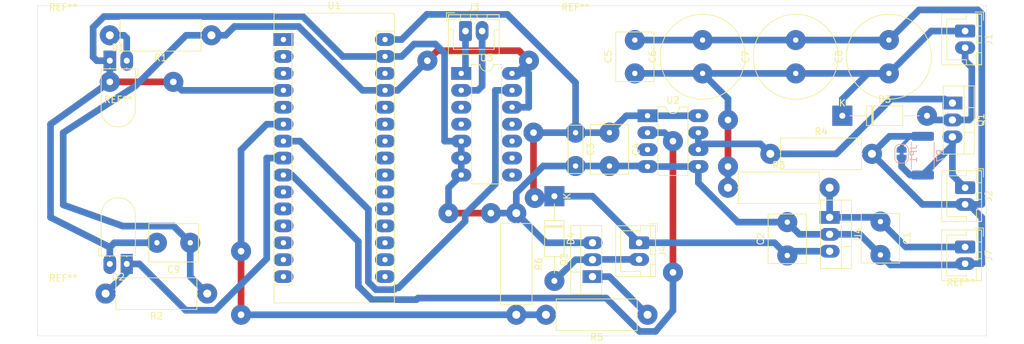
<source format=kicad_pcb>
(kicad_pcb (version 20171130) (host pcbnew 5.1.2-f72e74a~84~ubuntu18.04.1)

  (general
    (thickness 1.6)
    (drawings 4)
    (tracks 234)
    (zones 0)
    (modules 37)
    (nets 47)
  )

  (page A4)
  (layers
    (0 F.Cu signal)
    (31 B.Cu signal)
    (32 B.Adhes user)
    (33 F.Adhes user)
    (34 B.Paste user)
    (35 F.Paste user)
    (36 B.SilkS user)
    (37 F.SilkS user)
    (38 B.Mask user)
    (39 F.Mask user)
    (40 Dwgs.User user)
    (41 Cmts.User user)
    (42 Eco1.User user)
    (43 Eco2.User user)
    (44 Edge.Cuts user)
    (45 Margin user)
    (46 B.CrtYd user)
    (47 F.CrtYd user)
    (48 B.Fab user)
    (49 F.Fab user)
  )

  (setup
    (last_trace_width 1)
    (user_trace_width 0.5)
    (trace_clearance 0.5)
    (zone_clearance 0.508)
    (zone_45_only no)
    (trace_min 0.2)
    (via_size 3)
    (via_drill 1)
    (via_min_size 0.4)
    (via_min_drill 0.3)
    (uvia_size 0.3)
    (uvia_drill 0.1)
    (uvias_allowed no)
    (uvia_min_size 0.2)
    (uvia_min_drill 0.1)
    (edge_width 0.05)
    (segment_width 0.2)
    (pcb_text_width 0.3)
    (pcb_text_size 1.5 1.5)
    (mod_edge_width 0.12)
    (mod_text_size 1 1)
    (mod_text_width 0.15)
    (pad_size 10 10)
    (pad_drill 10)
    (pad_to_mask_clearance 0.051)
    (solder_mask_min_width 0.25)
    (aux_axis_origin 0 0)
    (visible_elements FFFFFF7F)
    (pcbplotparams
      (layerselection 0x010fc_ffffffff)
      (usegerberextensions false)
      (usegerberattributes false)
      (usegerberadvancedattributes false)
      (creategerberjobfile false)
      (excludeedgelayer true)
      (linewidth 0.100000)
      (plotframeref false)
      (viasonmask false)
      (mode 1)
      (useauxorigin false)
      (hpglpennumber 1)
      (hpglpenspeed 20)
      (hpglpendiameter 15.000000)
      (psnegative false)
      (psa4output false)
      (plotreference true)
      (plotvalue true)
      (plotinvisibletext false)
      (padsonsilk false)
      (subtractmaskfromsilk false)
      (outputformat 1)
      (mirror false)
      (drillshape 1)
      (scaleselection 1)
      (outputdirectory ""))
  )

  (net 0 "")
  (net 1 GND)
  (net 2 +BATT)
  (net 3 +12V)
  (net 4 "Net-(C5-Pad1)")
  (net 5 +5V)
  (net 6 "Net-(D1-Pad2)")
  (net 7 "Net-(D3-Pad2)")
  (net 8 "Net-(D4-Pad2)")
  (net 9 "Net-(J2-Pad1)")
  (net 10 "Net-(J3-Pad1)")
  (net 11 "Net-(J3-Pad2)")
  (net 12 "Net-(Q1-Pad1)")
  (net 13 "Net-(Q2-Pad1)")
  (net 14 PUMP)
  (net 15 "Net-(U1-Pad1)")
  (net 16 "Net-(U1-Pad17)")
  (net 17 "Net-(U1-Pad2)")
  (net 18 "Net-(U1-Pad18)")
  (net 19 "Net-(U1-Pad3)")
  (net 20 "Net-(U1-Pad19)")
  (net 21 "Net-(U1-Pad20)")
  (net 22 "Net-(U1-Pad5)")
  (net 23 "Net-(U1-Pad21)")
  (net 24 "Net-(U1-Pad22)")
  (net 25 SHUTTER)
  (net 26 "Net-(U1-Pad23)")
  (net 27 "Net-(U1-Pad24)")
  (net 28 TRIG)
  (net 29 "Net-(U1-Pad25)")
  (net 30 "Net-(U1-Pad10)")
  (net 31 "Net-(U1-Pad26)")
  (net 32 "Net-(U1-Pad11)")
  (net 33 "Net-(U1-Pad12)")
  (net 34 "Net-(U1-Pad28)")
  (net 35 "Net-(U1-Pad13)")
  (net 36 "Net-(U1-Pad14)")
  (net 37 "Net-(U1-Pad15)")
  (net 38 "Net-(U1-Pad16)")
  (net 39 "Net-(U2-Pad3)")
  (net 40 "Net-(U3-Pad8)")
  (net 41 "Net-(U3-Pad9)")
  (net 42 "Net-(U3-Pad3)")
  (net 43 "Net-(U3-Pad10)")
  (net 44 "Net-(U3-Pad4)")
  (net 45 "Net-(U3-Pad11)")
  (net 46 OPTO)

  (net_class Default "This is the default net class."
    (clearance 0.5)
    (trace_width 1)
    (via_dia 3)
    (via_drill 1)
    (uvia_dia 0.3)
    (uvia_drill 0.1)
    (add_net +12V)
    (add_net +5V)
    (add_net +BATT)
    (add_net GND)
    (add_net "Net-(C5-Pad1)")
    (add_net "Net-(D1-Pad2)")
    (add_net "Net-(D3-Pad2)")
    (add_net "Net-(D4-Pad2)")
    (add_net "Net-(J2-Pad1)")
    (add_net "Net-(J3-Pad1)")
    (add_net "Net-(J3-Pad2)")
    (add_net "Net-(Q1-Pad1)")
    (add_net "Net-(Q2-Pad1)")
    (add_net "Net-(U1-Pad1)")
    (add_net "Net-(U1-Pad10)")
    (add_net "Net-(U1-Pad11)")
    (add_net "Net-(U1-Pad12)")
    (add_net "Net-(U1-Pad13)")
    (add_net "Net-(U1-Pad14)")
    (add_net "Net-(U1-Pad15)")
    (add_net "Net-(U1-Pad16)")
    (add_net "Net-(U1-Pad17)")
    (add_net "Net-(U1-Pad18)")
    (add_net "Net-(U1-Pad19)")
    (add_net "Net-(U1-Pad2)")
    (add_net "Net-(U1-Pad20)")
    (add_net "Net-(U1-Pad21)")
    (add_net "Net-(U1-Pad22)")
    (add_net "Net-(U1-Pad23)")
    (add_net "Net-(U1-Pad24)")
    (add_net "Net-(U1-Pad25)")
    (add_net "Net-(U1-Pad26)")
    (add_net "Net-(U1-Pad28)")
    (add_net "Net-(U1-Pad3)")
    (add_net "Net-(U1-Pad5)")
    (add_net "Net-(U2-Pad3)")
    (add_net "Net-(U3-Pad10)")
    (add_net "Net-(U3-Pad11)")
    (add_net "Net-(U3-Pad3)")
    (add_net "Net-(U3-Pad4)")
    (add_net "Net-(U3-Pad8)")
    (add_net "Net-(U3-Pad9)")
    (add_net OPTO)
    (add_net PUMP)
    (add_net SHUTTER)
    (add_net TRIG)
  )

  (module MountingHole:MountingHole_10mm (layer F.Cu) (tedit 5D0E70F3) (tstamp 5D0EEF46)
    (at 31.115 80.01)
    (descr "Mounting Hole 8.4mm, no annular, M8")
    (tags "mounting hole 8.4mm no annular m8")
    (attr virtual)
    (fp_text reference REF** (at 0 -9.4) (layer F.SilkS)
      (effects (font (size 1 1) (thickness 0.15)))
    )
    (fp_text value MountingHole_10mm (at 0 9.4) (layer F.Fab)
      (effects (font (size 1 1) (thickness 0.15)))
    )
    (fp_text user %R (at 0.3 0) (layer F.Fab)
      (effects (font (size 1 1) (thickness 0.15)))
    )
    (pad "" np_thru_hole circle (at 0 0) (size 10 10) (drill 10) (layers *.Cu *.Mask))
  )

  (module MountingHole:MountingHole_3.2mm_M3 (layer F.Cu) (tedit 56D1B4CB) (tstamp 5D0EEEAA)
    (at 22.86 101.6)
    (descr "Mounting Hole 3.2mm, no annular, M3")
    (tags "mounting hole 3.2mm no annular m3")
    (attr virtual)
    (fp_text reference REF** (at 0 -4.2) (layer F.SilkS)
      (effects (font (size 1 1) (thickness 0.15)))
    )
    (fp_text value MountingHole_3.2mm_M3 (at 0 4.2) (layer F.Fab)
      (effects (font (size 1 1) (thickness 0.15)))
    )
    (fp_circle (center 0 0) (end 3.45 0) (layer F.CrtYd) (width 0.05))
    (fp_circle (center 0 0) (end 3.2 0) (layer Cmts.User) (width 0.15))
    (fp_text user %R (at 0.3 0) (layer F.Fab)
      (effects (font (size 1 1) (thickness 0.15)))
    )
    (pad 1 np_thru_hole circle (at 0 0) (size 3.2 3.2) (drill 3.2) (layers *.Cu *.Mask))
  )

  (module MountingHole:MountingHole_3.2mm_M3 (layer F.Cu) (tedit 56D1B4CB) (tstamp 5D0EEE94)
    (at 22.86 60.96)
    (descr "Mounting Hole 3.2mm, no annular, M3")
    (tags "mounting hole 3.2mm no annular m3")
    (attr virtual)
    (fp_text reference REF** (at 0 -4.2) (layer F.SilkS)
      (effects (font (size 1 1) (thickness 0.15)))
    )
    (fp_text value MountingHole_3.2mm_M3 (at 0 4.2) (layer F.Fab)
      (effects (font (size 1 1) (thickness 0.15)))
    )
    (fp_circle (center 0 0) (end 3.45 0) (layer F.CrtYd) (width 0.05))
    (fp_circle (center 0 0) (end 3.2 0) (layer Cmts.User) (width 0.15))
    (fp_text user %R (at 0.3 0) (layer F.Fab)
      (effects (font (size 1 1) (thickness 0.15)))
    )
    (pad 1 np_thru_hole circle (at 0 0) (size 3.2 3.2) (drill 3.2) (layers *.Cu *.Mask))
  )

  (module MountingHole:MountingHole_3.2mm_M3 (layer F.Cu) (tedit 56D1B4CB) (tstamp 5D0EEE7E)
    (at 99.695 60.96)
    (descr "Mounting Hole 3.2mm, no annular, M3")
    (tags "mounting hole 3.2mm no annular m3")
    (attr virtual)
    (fp_text reference REF** (at 0 -4.2) (layer F.SilkS)
      (effects (font (size 1 1) (thickness 0.15)))
    )
    (fp_text value MountingHole_3.2mm_M3 (at 0 4.2) (layer F.Fab)
      (effects (font (size 1 1) (thickness 0.15)))
    )
    (fp_circle (center 0 0) (end 3.45 0) (layer F.CrtYd) (width 0.05))
    (fp_circle (center 0 0) (end 3.2 0) (layer Cmts.User) (width 0.15))
    (fp_text user %R (at 0.3 0) (layer F.Fab)
      (effects (font (size 1 1) (thickness 0.15)))
    )
    (pad 1 np_thru_hole circle (at 0 0) (size 3.2 3.2) (drill 3.2) (layers *.Cu *.Mask))
  )

  (module MountingHole:MountingHole_3.2mm_M3 (layer F.Cu) (tedit 56D1B4CB) (tstamp 5D0EEE68)
    (at 157.48 102.235)
    (descr "Mounting Hole 3.2mm, no annular, M3")
    (tags "mounting hole 3.2mm no annular m3")
    (attr virtual)
    (fp_text reference REF** (at 0 -4.2) (layer F.SilkS)
      (effects (font (size 1 1) (thickness 0.15)))
    )
    (fp_text value MountingHole_3.2mm_M3 (at 0 4.2) (layer F.Fab)
      (effects (font (size 1 1) (thickness 0.15)))
    )
    (fp_circle (center 0 0) (end 3.45 0) (layer F.CrtYd) (width 0.05))
    (fp_circle (center 0 0) (end 3.2 0) (layer Cmts.User) (width 0.15))
    (fp_text user %R (at 0.3 0) (layer F.Fab)
      (effects (font (size 1 1) (thickness 0.15)))
    )
    (pad 1 np_thru_hole circle (at 0 0) (size 3.2 3.2) (drill 3.2) (layers *.Cu *.Mask))
  )

  (module Capacitor_THT:C_Rect_L7.2mm_W5.5mm_P5.00mm_FKS2_FKP2_MKS2_MKP2 (layer F.Cu) (tedit 5AE50EF0) (tstamp 5D0E63D9)
    (at 145.415 88.9 270)
    (descr "C, Rect series, Radial, pin pitch=5.00mm, , length*width=7.2*5.5mm^2, Capacitor, http://www.wima.com/EN/WIMA_FKS_2.pdf")
    (tags "C Rect series Radial pin pitch 5.00mm  length 7.2mm width 5.5mm Capacitor")
    (path /5D016DE2)
    (fp_text reference C1 (at 2.5 -4 90) (layer F.SilkS)
      (effects (font (size 1 1) (thickness 0.15)))
    )
    (fp_text value 470n (at 2.5 4 90) (layer F.Fab)
      (effects (font (size 1 1) (thickness 0.15)))
    )
    (fp_text user %R (at 2.5 0 90) (layer F.Fab)
      (effects (font (size 1 1) (thickness 0.15)))
    )
    (fp_line (start 6.35 -3) (end -1.35 -3) (layer F.CrtYd) (width 0.05))
    (fp_line (start 6.35 3) (end 6.35 -3) (layer F.CrtYd) (width 0.05))
    (fp_line (start -1.35 3) (end 6.35 3) (layer F.CrtYd) (width 0.05))
    (fp_line (start -1.35 -3) (end -1.35 3) (layer F.CrtYd) (width 0.05))
    (fp_line (start 6.22 -2.87) (end 6.22 2.87) (layer F.SilkS) (width 0.12))
    (fp_line (start -1.22 -2.87) (end -1.22 2.87) (layer F.SilkS) (width 0.12))
    (fp_line (start -1.22 2.87) (end 6.22 2.87) (layer F.SilkS) (width 0.12))
    (fp_line (start -1.22 -2.87) (end 6.22 -2.87) (layer F.SilkS) (width 0.12))
    (fp_line (start 6.1 -2.75) (end -1.1 -2.75) (layer F.Fab) (width 0.1))
    (fp_line (start 6.1 2.75) (end 6.1 -2.75) (layer F.Fab) (width 0.1))
    (fp_line (start -1.1 2.75) (end 6.1 2.75) (layer F.Fab) (width 0.1))
    (fp_line (start -1.1 -2.75) (end -1.1 2.75) (layer F.Fab) (width 0.1))
    (pad 2 thru_hole circle (at 5 0 270) (size 3 3) (drill 0.8) (layers *.Cu *.Mask)
      (net 1 GND))
    (pad 1 thru_hole circle (at 0 0 270) (size 3 3) (drill 0.8) (layers *.Cu *.Mask)
      (net 2 +BATT))
    (model ${KISYS3DMOD}/Capacitor_THT.3dshapes/C_Rect_L7.2mm_W5.5mm_P5.00mm_FKS2_FKP2_MKS2_MKP2.wrl
      (at (xyz 0 0 0))
      (scale (xyz 1 1 1))
      (rotate (xyz 0 0 0))
    )
  )

  (module Capacitor_THT:C_Rect_L7.2mm_W5.5mm_P5.00mm_FKS2_FKP2_MKS2_MKP2 (layer F.Cu) (tedit 5AE50EF0) (tstamp 5D0E63EC)
    (at 131.445 93.98 90)
    (descr "C, Rect series, Radial, pin pitch=5.00mm, , length*width=7.2*5.5mm^2, Capacitor, http://www.wima.com/EN/WIMA_FKS_2.pdf")
    (tags "C Rect series Radial pin pitch 5.00mm  length 7.2mm width 5.5mm Capacitor")
    (path /5D0173AA)
    (fp_text reference C2 (at 2.5 -4 90) (layer F.SilkS)
      (effects (font (size 1 1) (thickness 0.15)))
    )
    (fp_text value 100n (at 2.5 4 90) (layer F.Fab)
      (effects (font (size 1 1) (thickness 0.15)))
    )
    (fp_line (start -1.1 -2.75) (end -1.1 2.75) (layer F.Fab) (width 0.1))
    (fp_line (start -1.1 2.75) (end 6.1 2.75) (layer F.Fab) (width 0.1))
    (fp_line (start 6.1 2.75) (end 6.1 -2.75) (layer F.Fab) (width 0.1))
    (fp_line (start 6.1 -2.75) (end -1.1 -2.75) (layer F.Fab) (width 0.1))
    (fp_line (start -1.22 -2.87) (end 6.22 -2.87) (layer F.SilkS) (width 0.12))
    (fp_line (start -1.22 2.87) (end 6.22 2.87) (layer F.SilkS) (width 0.12))
    (fp_line (start -1.22 -2.87) (end -1.22 2.87) (layer F.SilkS) (width 0.12))
    (fp_line (start 6.22 -2.87) (end 6.22 2.87) (layer F.SilkS) (width 0.12))
    (fp_line (start -1.35 -3) (end -1.35 3) (layer F.CrtYd) (width 0.05))
    (fp_line (start -1.35 3) (end 6.35 3) (layer F.CrtYd) (width 0.05))
    (fp_line (start 6.35 3) (end 6.35 -3) (layer F.CrtYd) (width 0.05))
    (fp_line (start 6.35 -3) (end -1.35 -3) (layer F.CrtYd) (width 0.05))
    (fp_text user %R (at 2.5 0 90) (layer F.Fab)
      (effects (font (size 1 1) (thickness 0.15)))
    )
    (pad 1 thru_hole circle (at 0 0 90) (size 3 3) (drill 0.8) (layers *.Cu *.Mask)
      (net 3 +12V))
    (pad 2 thru_hole circle (at 5 0 90) (size 3 3) (drill 0.8) (layers *.Cu *.Mask)
      (net 1 GND))
    (model ${KISYS3DMOD}/Capacitor_THT.3dshapes/C_Rect_L7.2mm_W5.5mm_P5.00mm_FKS2_FKP2_MKS2_MKP2.wrl
      (at (xyz 0 0 0))
      (scale (xyz 1 1 1))
      (rotate (xyz 0 0 0))
    )
  )

  (module Capacitor_THT:C_Rect_L7.0mm_W2.0mm_P5.00mm (layer F.Cu) (tedit 5D0E5745) (tstamp 5D0E63FF)
    (at 99.695 75.565 270)
    (descr "C, Rect series, Radial, pin pitch=5.00mm, , length*width=7*2mm^2, Capacitor")
    (tags "C Rect series Radial pin pitch 5.00mm  length 7mm width 2mm Capacitor")
    (path /5CFE5667)
    (fp_text reference C3 (at 2.5 -2.25 90) (layer F.SilkS)
      (effects (font (size 1 1) (thickness 0.15)))
    )
    (fp_text value 1n (at 2.5 2.25 90) (layer F.Fab)
      (effects (font (size 1 1) (thickness 0.15)))
    )
    (fp_line (start -1 -1) (end -1 1) (layer F.Fab) (width 0.1))
    (fp_line (start -1 1) (end 6 1) (layer F.Fab) (width 0.1))
    (fp_line (start 6 1) (end 6 -1) (layer F.Fab) (width 0.1))
    (fp_line (start 6 -1) (end -1 -1) (layer F.Fab) (width 0.1))
    (fp_line (start -1.12 -1.12) (end 6.12 -1.12) (layer F.SilkS) (width 0.12))
    (fp_line (start -1.12 1.12) (end 6.12 1.12) (layer F.SilkS) (width 0.12))
    (fp_line (start -1.12 -1.12) (end -1.12 1.12) (layer F.SilkS) (width 0.12))
    (fp_line (start 6.12 -1.12) (end 6.12 1.12) (layer F.SilkS) (width 0.12))
    (fp_line (start -1.25 -1.25) (end -1.25 1.25) (layer F.CrtYd) (width 0.05))
    (fp_line (start -1.25 1.25) (end 6.25 1.25) (layer F.CrtYd) (width 0.05))
    (fp_line (start 6.25 1.25) (end 6.25 -1.25) (layer F.CrtYd) (width 0.05))
    (fp_line (start 6.25 -1.25) (end -1.25 -1.25) (layer F.CrtYd) (width 0.05))
    (fp_text user %R (at 2.5 0 90) (layer F.Fab)
      (effects (font (size 1 1) (thickness 0.15)))
    )
    (pad 1 thru_hole circle (at 0 0 270) (size 3 3) (drill 0.8) (layers *.Cu *.Mask)
      (net 3 +12V))
    (pad 2 thru_hole circle (at 5 0 270) (size 3 3) (drill 0.8) (layers *.Cu *.Mask)
      (net 1 GND))
    (model ${KISYS3DMOD}/Capacitor_THT.3dshapes/C_Rect_L7.0mm_W2.0mm_P5.00mm.wrl
      (at (xyz 0 0 0))
      (scale (xyz 1 1 1))
      (rotate (xyz 0 0 0))
    )
  )

  (module Capacitor_THT:C_Rect_L7.2mm_W5.5mm_P5.00mm_FKS2_FKP2_MKS2_MKP2 (layer F.Cu) (tedit 5AE50EF0) (tstamp 5D0E7A4E)
    (at 104.775 75.565 270)
    (descr "C, Rect series, Radial, pin pitch=5.00mm, , length*width=7.2*5.5mm^2, Capacitor, http://www.wima.com/EN/WIMA_FKS_2.pdf")
    (tags "C Rect series Radial pin pitch 5.00mm  length 7.2mm width 5.5mm Capacitor")
    (path /5CFE50A4)
    (fp_text reference C4 (at 2.5 -4 90) (layer F.SilkS)
      (effects (font (size 1 1) (thickness 0.15)))
    )
    (fp_text value 1u (at 2.5 4 90) (layer F.Fab)
      (effects (font (size 1 1) (thickness 0.15)))
    )
    (fp_line (start -1.1 -2.75) (end -1.1 2.75) (layer F.Fab) (width 0.1))
    (fp_line (start -1.1 2.75) (end 6.1 2.75) (layer F.Fab) (width 0.1))
    (fp_line (start 6.1 2.75) (end 6.1 -2.75) (layer F.Fab) (width 0.1))
    (fp_line (start 6.1 -2.75) (end -1.1 -2.75) (layer F.Fab) (width 0.1))
    (fp_line (start -1.22 -2.87) (end 6.22 -2.87) (layer F.SilkS) (width 0.12))
    (fp_line (start -1.22 2.87) (end 6.22 2.87) (layer F.SilkS) (width 0.12))
    (fp_line (start -1.22 -2.87) (end -1.22 2.87) (layer F.SilkS) (width 0.12))
    (fp_line (start 6.22 -2.87) (end 6.22 2.87) (layer F.SilkS) (width 0.12))
    (fp_line (start -1.35 -3) (end -1.35 3) (layer F.CrtYd) (width 0.05))
    (fp_line (start -1.35 3) (end 6.35 3) (layer F.CrtYd) (width 0.05))
    (fp_line (start 6.35 3) (end 6.35 -3) (layer F.CrtYd) (width 0.05))
    (fp_line (start 6.35 -3) (end -1.35 -3) (layer F.CrtYd) (width 0.05))
    (fp_text user %R (at 2.5 0 90) (layer F.Fab)
      (effects (font (size 1 1) (thickness 0.15)))
    )
    (pad 1 thru_hole circle (at 0 0 270) (size 3 3) (drill 0.8) (layers *.Cu *.Mask)
      (net 3 +12V))
    (pad 2 thru_hole circle (at 5 0 270) (size 3 3) (drill 0.8) (layers *.Cu *.Mask)
      (net 1 GND))
    (model ${KISYS3DMOD}/Capacitor_THT.3dshapes/C_Rect_L7.2mm_W5.5mm_P5.00mm_FKS2_FKP2_MKS2_MKP2.wrl
      (at (xyz 0 0 0))
      (scale (xyz 1 1 1))
      (rotate (xyz 0 0 0))
    )
  )

  (module Capacitor_THT:C_Rect_L7.2mm_W5.5mm_P5.00mm_FKS2_FKP2_MKS2_MKP2 (layer F.Cu) (tedit 5D0E567F) (tstamp 5D0E6425)
    (at 108.585 66.675 90)
    (descr "C, Rect series, Radial, pin pitch=5.00mm, , length*width=7.2*5.5mm^2, Capacitor, http://www.wima.com/EN/WIMA_FKS_2.pdf")
    (tags "C Rect series Radial pin pitch 5.00mm  length 7.2mm width 5.5mm Capacitor")
    (path /5CFDB5F5)
    (fp_text reference C5 (at 2.5 -4 90) (layer F.SilkS)
      (effects (font (size 1 1) (thickness 0.15)))
    )
    (fp_text value 1u (at 2.5 4 90) (layer F.Fab)
      (effects (font (size 1 1) (thickness 0.15)))
    )
    (fp_text user %R (at 2.5 0 90) (layer F.Fab)
      (effects (font (size 1 1) (thickness 0.15)))
    )
    (fp_line (start 6.35 -3) (end -1.35 -3) (layer F.CrtYd) (width 0.05))
    (fp_line (start 6.35 3) (end 6.35 -3) (layer F.CrtYd) (width 0.05))
    (fp_line (start -1.35 3) (end 6.35 3) (layer F.CrtYd) (width 0.05))
    (fp_line (start -1.35 -3) (end -1.35 3) (layer F.CrtYd) (width 0.05))
    (fp_line (start 6.22 -2.87) (end 6.22 2.87) (layer F.SilkS) (width 0.12))
    (fp_line (start -1.22 -2.87) (end -1.22 2.87) (layer F.SilkS) (width 0.12))
    (fp_line (start -1.22 2.87) (end 6.22 2.87) (layer F.SilkS) (width 0.12))
    (fp_line (start -1.22 -2.87) (end 6.22 -2.87) (layer F.SilkS) (width 0.12))
    (fp_line (start 6.1 -2.75) (end -1.1 -2.75) (layer F.Fab) (width 0.1))
    (fp_line (start 6.1 2.75) (end 6.1 -2.75) (layer F.Fab) (width 0.1))
    (fp_line (start -1.1 2.75) (end 6.1 2.75) (layer F.Fab) (width 0.1))
    (fp_line (start -1.1 -2.75) (end -1.1 2.75) (layer F.Fab) (width 0.1))
    (pad 2 thru_hole circle (at 5 0 90) (size 3 3) (drill 0.8) (layers *.Cu *.Mask)
      (net 1 GND))
    (pad 1 thru_hole circle (at 0 0 90) (size 3 3) (drill 0.8) (layers *.Cu *.Mask)
      (net 4 "Net-(C5-Pad1)"))
    (model ${KISYS3DMOD}/Capacitor_THT.3dshapes/C_Rect_L7.2mm_W5.5mm_P5.00mm_FKS2_FKP2_MKS2_MKP2.wrl
      (at (xyz 0 0 0))
      (scale (xyz 1 1 1))
      (rotate (xyz 0 0 0))
    )
  )

  (module Capacitor_THT:C_Radial_D12.5mm_H25.0mm_P5.00mm (layer F.Cu) (tedit 5BC5C9BA) (tstamp 5D0E642F)
    (at 118.745 66.675 90)
    (descr "C, Radial series, Radial, pin pitch=5.00mm, diameter=12.5mm, height=25mm, Non-Polar Electrolytic Capacitor")
    (tags "C Radial series Radial pin pitch 5.00mm diameter 12.5mm height 25mm Non-Polar Electrolytic Capacitor")
    (path /5CFE0F27)
    (fp_text reference C6 (at 2.5 -7.5 90) (layer F.SilkS)
      (effects (font (size 1 1) (thickness 0.15)))
    )
    (fp_text value 1m (at 2.5 7.5 90) (layer F.Fab)
      (effects (font (size 1 1) (thickness 0.15)))
    )
    (fp_circle (center 2.5 0) (end 8.75 0) (layer F.Fab) (width 0.1))
    (fp_circle (center 2.5 0) (end 8.87 0) (layer F.SilkS) (width 0.12))
    (fp_circle (center 2.5 0) (end 9 0) (layer F.CrtYd) (width 0.05))
    (fp_text user %R (at 2.5 0 90) (layer F.Fab)
      (effects (font (size 1 1) (thickness 0.15)))
    )
    (pad 1 thru_hole circle (at 0 0 90) (size 3 3) (drill 0.8) (layers *.Cu *.Mask)
      (net 4 "Net-(C5-Pad1)"))
    (pad 2 thru_hole circle (at 5 0 90) (size 3 3) (drill 0.8) (layers *.Cu *.Mask)
      (net 1 GND))
    (model ${KISYS3DMOD}/Capacitor_THT.3dshapes/C_Radial_D12.5mm_H25.0mm_P5.00mm.wrl
      (at (xyz 0 0 0))
      (scale (xyz 1 1 1))
      (rotate (xyz 0 0 0))
    )
  )

  (module Capacitor_THT:C_Radial_D12.5mm_H25.0mm_P5.00mm (layer F.Cu) (tedit 5BC5C9BA) (tstamp 5D0E6439)
    (at 132.715 66.675 90)
    (descr "C, Radial series, Radial, pin pitch=5.00mm, diameter=12.5mm, height=25mm, Non-Polar Electrolytic Capacitor")
    (tags "C Radial series Radial pin pitch 5.00mm diameter 12.5mm height 25mm Non-Polar Electrolytic Capacitor")
    (path /5CFD2DE1)
    (fp_text reference C7 (at 2.5 -7.5 90) (layer F.SilkS)
      (effects (font (size 1 1) (thickness 0.15)))
    )
    (fp_text value 1m (at 2.5 7.5 90) (layer F.Fab)
      (effects (font (size 1 1) (thickness 0.15)))
    )
    (fp_text user %R (at 2.5 0 90) (layer F.Fab)
      (effects (font (size 1 1) (thickness 0.15)))
    )
    (fp_circle (center 2.5 0) (end 9 0) (layer F.CrtYd) (width 0.05))
    (fp_circle (center 2.5 0) (end 8.87 0) (layer F.SilkS) (width 0.12))
    (fp_circle (center 2.5 0) (end 8.75 0) (layer F.Fab) (width 0.1))
    (pad 2 thru_hole circle (at 5 0 90) (size 3 3) (drill 0.8) (layers *.Cu *.Mask)
      (net 1 GND))
    (pad 1 thru_hole circle (at 0 0 90) (size 3 3) (drill 0.8) (layers *.Cu *.Mask)
      (net 4 "Net-(C5-Pad1)"))
    (model ${KISYS3DMOD}/Capacitor_THT.3dshapes/C_Radial_D12.5mm_H25.0mm_P5.00mm.wrl
      (at (xyz 0 0 0))
      (scale (xyz 1 1 1))
      (rotate (xyz 0 0 0))
    )
  )

  (module Capacitor_THT:C_Radial_D12.5mm_H25.0mm_P5.00mm (layer F.Cu) (tedit 5D0E566C) (tstamp 5D0E6443)
    (at 146.685 66.675 90)
    (descr "C, Radial series, Radial, pin pitch=5.00mm, diameter=12.5mm, height=25mm, Non-Polar Electrolytic Capacitor")
    (tags "C Radial series Radial pin pitch 5.00mm diameter 12.5mm height 25mm Non-Polar Electrolytic Capacitor")
    (path /5CFD2537)
    (fp_text reference C8 (at 2.5 -7.5 90) (layer F.SilkS)
      (effects (font (size 1 1) (thickness 0.15)))
    )
    (fp_text value 1m (at 2.5 7.5 90) (layer F.Fab)
      (effects (font (size 1 1) (thickness 0.15)))
    )
    (fp_circle (center 2.5 0) (end 8.75 0) (layer F.Fab) (width 0.1))
    (fp_circle (center 2.5 0) (end 8.87 0) (layer F.SilkS) (width 0.12))
    (fp_circle (center 2.5 0) (end 9 0) (layer F.CrtYd) (width 0.05))
    (fp_text user %R (at 2.5 0 90) (layer F.Fab)
      (effects (font (size 1 1) (thickness 0.15)))
    )
    (pad 1 thru_hole circle (at 0 0 90) (size 3 3) (drill 0.8) (layers *.Cu *.Mask)
      (net 4 "Net-(C5-Pad1)"))
    (pad 2 thru_hole circle (at 5 0 90) (size 3 3) (drill 0.8) (layers *.Cu *.Mask)
      (net 1 GND))
    (model ${KISYS3DMOD}/Capacitor_THT.3dshapes/C_Radial_D12.5mm_H25.0mm_P5.00mm.wrl
      (at (xyz 0 0 0))
      (scale (xyz 1 1 1))
      (rotate (xyz 0 0 0))
    )
  )

  (module Capacitor_THT:C_Rect_L7.2mm_W5.5mm_P5.00mm_FKS2_FKP2_MKS2_MKP2 (layer F.Cu) (tedit 5AE50EF0) (tstamp 5D0E6456)
    (at 41.91 92.075 180)
    (descr "C, Rect series, Radial, pin pitch=5.00mm, , length*width=7.2*5.5mm^2, Capacitor, http://www.wima.com/EN/WIMA_FKS_2.pdf")
    (tags "C Rect series Radial pin pitch 5.00mm  length 7.2mm width 5.5mm Capacitor")
    (path /5D176C99)
    (fp_text reference C9 (at 2.5 -4) (layer F.SilkS)
      (effects (font (size 1 1) (thickness 0.15)))
    )
    (fp_text value 1u (at 2.5 4) (layer F.Fab)
      (effects (font (size 1 1) (thickness 0.15)))
    )
    (fp_line (start -1.1 -2.75) (end -1.1 2.75) (layer F.Fab) (width 0.1))
    (fp_line (start -1.1 2.75) (end 6.1 2.75) (layer F.Fab) (width 0.1))
    (fp_line (start 6.1 2.75) (end 6.1 -2.75) (layer F.Fab) (width 0.1))
    (fp_line (start 6.1 -2.75) (end -1.1 -2.75) (layer F.Fab) (width 0.1))
    (fp_line (start -1.22 -2.87) (end 6.22 -2.87) (layer F.SilkS) (width 0.12))
    (fp_line (start -1.22 2.87) (end 6.22 2.87) (layer F.SilkS) (width 0.12))
    (fp_line (start -1.22 -2.87) (end -1.22 2.87) (layer F.SilkS) (width 0.12))
    (fp_line (start 6.22 -2.87) (end 6.22 2.87) (layer F.SilkS) (width 0.12))
    (fp_line (start -1.35 -3) (end -1.35 3) (layer F.CrtYd) (width 0.05))
    (fp_line (start -1.35 3) (end 6.35 3) (layer F.CrtYd) (width 0.05))
    (fp_line (start 6.35 3) (end 6.35 -3) (layer F.CrtYd) (width 0.05))
    (fp_line (start 6.35 -3) (end -1.35 -3) (layer F.CrtYd) (width 0.05))
    (fp_text user %R (at 2.5 0) (layer F.Fab)
      (effects (font (size 1 1) (thickness 0.15)))
    )
    (pad 1 thru_hole circle (at 0 0 180) (size 3 3) (drill 0.8) (layers *.Cu *.Mask)
      (net 5 +5V))
    (pad 2 thru_hole circle (at 5 0 180) (size 3 3) (drill 0.8) (layers *.Cu *.Mask)
      (net 1 GND))
    (model ${KISYS3DMOD}/Capacitor_THT.3dshapes/C_Rect_L7.2mm_W5.5mm_P5.00mm_FKS2_FKP2_MKS2_MKP2.wrl
      (at (xyz 0 0 0))
      (scale (xyz 1 1 1))
      (rotate (xyz 0 0 0))
    )
  )

  (module LED_THT:LED_D5.0mm_Horizontal_O1.27mm_Z3.0mm_IRBlack (layer F.Cu) (tedit 5D0E5726) (tstamp 5D0E6481)
    (at 29.845 64.77)
    (descr "LED, diameter 5.0mm z-position of LED center 3.0mm, 2 pins")
    (tags "LED diameter 5.0mm z-position of LED center 3.0mm 2 pins")
    (path /5CFC87B9)
    (fp_text reference D1 (at 1.27 -1.96) (layer F.SilkS)
      (effects (font (size 1 1) (thickness 0.15)))
    )
    (fp_text value 455.IRT (at 1.27 10.93) (layer F.Fab)
      (effects (font (size 1 1) (thickness 0.15)))
    )
    (fp_arc (start 1.27 7.37) (end -1.29 7.37) (angle -180) (layer F.SilkS) (width 0.12))
    (fp_arc (start 1.27 7.37) (end -1.23 7.37) (angle -180) (layer F.Fab) (width 0.1))
    (fp_line (start 4.5 -1.25) (end -1.95 -1.25) (layer F.CrtYd) (width 0.05))
    (fp_line (start 4.5 10.2) (end 4.5 -1.25) (layer F.CrtYd) (width 0.05))
    (fp_line (start -1.95 10.2) (end 4.5 10.2) (layer F.CrtYd) (width 0.05))
    (fp_line (start -1.95 -1.25) (end -1.95 10.2) (layer F.CrtYd) (width 0.05))
    (fp_line (start 2.54 1.08) (end 2.54 1.08) (layer F.SilkS) (width 0.12))
    (fp_line (start 2.54 1.21) (end 2.54 1.08) (layer F.SilkS) (width 0.12))
    (fp_line (start 2.54 1.21) (end 2.54 1.21) (layer F.SilkS) (width 0.12))
    (fp_line (start 2.54 1.08) (end 2.54 1.21) (layer F.SilkS) (width 0.12))
    (fp_line (start 0 1.08) (end 0 1.08) (layer F.SilkS) (width 0.12))
    (fp_line (start 0 1.21) (end 0 1.08) (layer F.SilkS) (width 0.12))
    (fp_line (start 0 1.21) (end 0 1.21) (layer F.SilkS) (width 0.12))
    (fp_line (start 0 1.08) (end 0 1.21) (layer F.SilkS) (width 0.12))
    (fp_line (start 3.83 1.21) (end 4.23 1.21) (layer F.SilkS) (width 0.12))
    (fp_line (start 3.83 2.33) (end 3.83 1.21) (layer F.SilkS) (width 0.12))
    (fp_line (start 4.23 2.33) (end 3.83 2.33) (layer F.SilkS) (width 0.12))
    (fp_line (start 4.23 1.21) (end 4.23 2.33) (layer F.SilkS) (width 0.12))
    (fp_line (start -1.29 1.21) (end 3.83 1.21) (layer F.SilkS) (width 0.12))
    (fp_line (start 3.83 1.21) (end 3.83 7.37) (layer F.SilkS) (width 0.12))
    (fp_line (start -1.29 1.21) (end -1.29 7.37) (layer F.SilkS) (width 0.12))
    (fp_line (start 2.54 0) (end 2.54 0) (layer F.Fab) (width 0.1))
    (fp_line (start 2.54 1.27) (end 2.54 0) (layer F.Fab) (width 0.1))
    (fp_line (start 2.54 1.27) (end 2.54 1.27) (layer F.Fab) (width 0.1))
    (fp_line (start 2.54 0) (end 2.54 1.27) (layer F.Fab) (width 0.1))
    (fp_line (start 0 0) (end 0 0) (layer F.Fab) (width 0.1))
    (fp_line (start 0 1.27) (end 0 0) (layer F.Fab) (width 0.1))
    (fp_line (start 0 1.27) (end 0 1.27) (layer F.Fab) (width 0.1))
    (fp_line (start 0 0) (end 0 1.27) (layer F.Fab) (width 0.1))
    (fp_line (start 3.77 1.27) (end 4.17 1.27) (layer F.Fab) (width 0.1))
    (fp_line (start 3.77 2.27) (end 3.77 1.27) (layer F.Fab) (width 0.1))
    (fp_line (start 4.17 2.27) (end 3.77 2.27) (layer F.Fab) (width 0.1))
    (fp_line (start 4.17 1.27) (end 4.17 2.27) (layer F.Fab) (width 0.1))
    (fp_line (start -1.23 1.27) (end 3.77 1.27) (layer F.Fab) (width 0.1))
    (fp_line (start 3.77 1.27) (end 3.77 7.37) (layer F.Fab) (width 0.1))
    (fp_line (start -1.23 1.27) (end -1.23 7.37) (layer F.Fab) (width 0.1))
    (fp_text user %R (at 1.27 0) (layer F.Fab)
      (effects (font (size 1 1) (thickness 0.15)))
    )
    (pad 2 thru_hole oval (at 2.54 0) (size 1.9 3) (drill 0.9) (layers *.Cu *.Mask)
      (net 6 "Net-(D1-Pad2)"))
    (pad 1 thru_hole rect (at 0 0) (size 1.9 3) (drill 0.9) (layers *.Cu *.Mask)
      (net 1 GND))
    (model ${KISYS3DMOD}/LED_THT.3dshapes/LED_D5.0mm_Horizontal_O1.27mm_Z3.0mm_IRBlack.wrl
      (at (xyz 0 0 0))
      (scale (xyz 1 1 1))
      (rotate (xyz 0 0 0))
    )
  )

  (module LED_THT:LED_D5.0mm_Horizontal_O1.27mm_Z3.0mm_IRBlack (layer F.Cu) (tedit 5D0E570F) (tstamp 5D0EA734)
    (at 32.385 95.25 180)
    (descr "LED, diameter 5.0mm z-position of LED center 3.0mm, 2 pins")
    (tags "LED diameter 5.0mm z-position of LED center 3.0mm 2 pins")
    (path /5CFC733F)
    (fp_text reference D2 (at 1.27 -1.96) (layer F.SilkS)
      (effects (font (size 1 1) (thickness 0.15)))
    )
    (fp_text value 455.IRR (at 1.27 10.93) (layer F.Fab)
      (effects (font (size 1 1) (thickness 0.15)))
    )
    (fp_text user %R (at 1.27 0) (layer F.Fab)
      (effects (font (size 1 1) (thickness 0.15)))
    )
    (fp_line (start -1.23 1.27) (end -1.23 7.37) (layer F.Fab) (width 0.1))
    (fp_line (start 3.77 1.27) (end 3.77 7.37) (layer F.Fab) (width 0.1))
    (fp_line (start -1.23 1.27) (end 3.77 1.27) (layer F.Fab) (width 0.1))
    (fp_line (start 4.17 1.27) (end 4.17 2.27) (layer F.Fab) (width 0.1))
    (fp_line (start 4.17 2.27) (end 3.77 2.27) (layer F.Fab) (width 0.1))
    (fp_line (start 3.77 2.27) (end 3.77 1.27) (layer F.Fab) (width 0.1))
    (fp_line (start 3.77 1.27) (end 4.17 1.27) (layer F.Fab) (width 0.1))
    (fp_line (start 0 0) (end 0 1.27) (layer F.Fab) (width 0.1))
    (fp_line (start 0 1.27) (end 0 1.27) (layer F.Fab) (width 0.1))
    (fp_line (start 0 1.27) (end 0 0) (layer F.Fab) (width 0.1))
    (fp_line (start 0 0) (end 0 0) (layer F.Fab) (width 0.1))
    (fp_line (start 2.54 0) (end 2.54 1.27) (layer F.Fab) (width 0.1))
    (fp_line (start 2.54 1.27) (end 2.54 1.27) (layer F.Fab) (width 0.1))
    (fp_line (start 2.54 1.27) (end 2.54 0) (layer F.Fab) (width 0.1))
    (fp_line (start 2.54 0) (end 2.54 0) (layer F.Fab) (width 0.1))
    (fp_line (start -1.29 1.21) (end -1.29 7.37) (layer F.SilkS) (width 0.12))
    (fp_line (start 3.83 1.21) (end 3.83 7.37) (layer F.SilkS) (width 0.12))
    (fp_line (start -1.29 1.21) (end 3.83 1.21) (layer F.SilkS) (width 0.12))
    (fp_line (start 4.23 1.21) (end 4.23 2.33) (layer F.SilkS) (width 0.12))
    (fp_line (start 4.23 2.33) (end 3.83 2.33) (layer F.SilkS) (width 0.12))
    (fp_line (start 3.83 2.33) (end 3.83 1.21) (layer F.SilkS) (width 0.12))
    (fp_line (start 3.83 1.21) (end 4.23 1.21) (layer F.SilkS) (width 0.12))
    (fp_line (start 0 1.08) (end 0 1.21) (layer F.SilkS) (width 0.12))
    (fp_line (start 0 1.21) (end 0 1.21) (layer F.SilkS) (width 0.12))
    (fp_line (start 0 1.21) (end 0 1.08) (layer F.SilkS) (width 0.12))
    (fp_line (start 0 1.08) (end 0 1.08) (layer F.SilkS) (width 0.12))
    (fp_line (start 2.54 1.08) (end 2.54 1.21) (layer F.SilkS) (width 0.12))
    (fp_line (start 2.54 1.21) (end 2.54 1.21) (layer F.SilkS) (width 0.12))
    (fp_line (start 2.54 1.21) (end 2.54 1.08) (layer F.SilkS) (width 0.12))
    (fp_line (start 2.54 1.08) (end 2.54 1.08) (layer F.SilkS) (width 0.12))
    (fp_line (start -1.95 -1.25) (end -1.95 10.2) (layer F.CrtYd) (width 0.05))
    (fp_line (start -1.95 10.2) (end 4.5 10.2) (layer F.CrtYd) (width 0.05))
    (fp_line (start 4.5 10.2) (end 4.5 -1.25) (layer F.CrtYd) (width 0.05))
    (fp_line (start 4.5 -1.25) (end -1.95 -1.25) (layer F.CrtYd) (width 0.05))
    (fp_arc (start 1.27 7.37) (end -1.23 7.37) (angle -180) (layer F.Fab) (width 0.1))
    (fp_arc (start 1.27 7.37) (end -1.29 7.37) (angle -180) (layer F.SilkS) (width 0.12))
    (pad 1 thru_hole rect (at 0 0 180) (size 1.8 3) (drill 0.9) (layers *.Cu *.Mask)
      (net 46 OPTO))
    (pad 2 thru_hole oval (at 2.54 0 180) (size 1.9 3) (drill 0.9) (layers *.Cu *.Mask)
      (net 1 GND))
    (model ${KISYS3DMOD}/LED_THT.3dshapes/LED_D5.0mm_Horizontal_O1.27mm_Z3.0mm_IRBlack.wrl
      (at (xyz 0 0 0))
      (scale (xyz 1 1 1))
      (rotate (xyz 0 0 0))
    )
  )

  (module Diode_THT:D_A-405_P12.70mm_Horizontal (layer F.Cu) (tedit 5D0E55D8) (tstamp 5D0E64CB)
    (at 139.7 73.025)
    (descr "Diode, A-405 series, Axial, Horizontal, pin pitch=12.7mm, , length*diameter=5.2*2.7mm^2, , http://www.diodes.com/_files/packages/A-405.pdf")
    (tags "Diode A-405 series Axial Horizontal pin pitch 12.7mm  length 5.2mm diameter 2.7mm")
    (path /5CFD17DB)
    (fp_text reference D3 (at 6.35 -2.47) (layer F.SilkS)
      (effects (font (size 1 1) (thickness 0.15)))
    )
    (fp_text value 1N4001 (at 6.35 2.47) (layer F.Fab)
      (effects (font (size 1 1) (thickness 0.15)))
    )
    (fp_line (start 3.75 -1.35) (end 3.75 1.35) (layer F.Fab) (width 0.1))
    (fp_line (start 3.75 1.35) (end 8.95 1.35) (layer F.Fab) (width 0.1))
    (fp_line (start 8.95 1.35) (end 8.95 -1.35) (layer F.Fab) (width 0.1))
    (fp_line (start 8.95 -1.35) (end 3.75 -1.35) (layer F.Fab) (width 0.1))
    (fp_line (start 0 0) (end 3.75 0) (layer F.Fab) (width 0.1))
    (fp_line (start 12.7 0) (end 8.95 0) (layer F.Fab) (width 0.1))
    (fp_line (start 4.53 -1.35) (end 4.53 1.35) (layer F.Fab) (width 0.1))
    (fp_line (start 4.63 -1.35) (end 4.63 1.35) (layer F.Fab) (width 0.1))
    (fp_line (start 4.43 -1.35) (end 4.43 1.35) (layer F.Fab) (width 0.1))
    (fp_line (start 3.63 -1.47) (end 3.63 1.47) (layer F.SilkS) (width 0.12))
    (fp_line (start 3.63 1.47) (end 9.07 1.47) (layer F.SilkS) (width 0.12))
    (fp_line (start 9.07 1.47) (end 9.07 -1.47) (layer F.SilkS) (width 0.12))
    (fp_line (start 9.07 -1.47) (end 3.63 -1.47) (layer F.SilkS) (width 0.12))
    (fp_line (start 1.14 0) (end 3.63 0) (layer F.SilkS) (width 0.12))
    (fp_line (start 11.56 0) (end 9.07 0) (layer F.SilkS) (width 0.12))
    (fp_line (start 4.53 -1.47) (end 4.53 1.47) (layer F.SilkS) (width 0.12))
    (fp_line (start 4.65 -1.47) (end 4.65 1.47) (layer F.SilkS) (width 0.12))
    (fp_line (start 4.41 -1.47) (end 4.41 1.47) (layer F.SilkS) (width 0.12))
    (fp_line (start -1.15 -1.6) (end -1.15 1.6) (layer F.CrtYd) (width 0.05))
    (fp_line (start -1.15 1.6) (end 13.85 1.6) (layer F.CrtYd) (width 0.05))
    (fp_line (start 13.85 1.6) (end 13.85 -1.6) (layer F.CrtYd) (width 0.05))
    (fp_line (start 13.85 -1.6) (end -1.15 -1.6) (layer F.CrtYd) (width 0.05))
    (fp_text user %R (at 6.74 0) (layer F.Fab)
      (effects (font (size 1 1) (thickness 0.15)))
    )
    (fp_text user K (at 0 -1.9) (layer F.Fab)
      (effects (font (size 1 1) (thickness 0.15)))
    )
    (fp_text user K (at 0 -1.9) (layer F.SilkS)
      (effects (font (size 1 1) (thickness 0.15)))
    )
    (pad 1 thru_hole rect (at 0 0) (size 3 3) (drill 0.9) (layers *.Cu *.Mask)
      (net 4 "Net-(C5-Pad1)"))
    (pad 2 thru_hole oval (at 12.7 0) (size 3 3) (drill 0.9) (layers *.Cu *.Mask)
      (net 7 "Net-(D3-Pad2)"))
    (model ${KISYS3DMOD}/Diode_THT.3dshapes/D_A-405_P12.70mm_Horizontal.wrl
      (at (xyz 0 0 0))
      (scale (xyz 1 1 1))
      (rotate (xyz 0 0 0))
    )
  )

  (module Diode_THT:D_A-405_P12.70mm_Horizontal (layer F.Cu) (tedit 5AE50CD5) (tstamp 5D0EA4FB)
    (at 96.52 85.09 270)
    (descr "Diode, A-405 series, Axial, Horizontal, pin pitch=12.7mm, , length*diameter=5.2*2.7mm^2, , http://www.diodes.com/_files/packages/A-405.pdf")
    (tags "Diode A-405 series Axial Horizontal pin pitch 12.7mm  length 5.2mm diameter 2.7mm")
    (path /5CFD9E1F)
    (fp_text reference D4 (at 6.35 -2.47 90) (layer F.SilkS)
      (effects (font (size 1 1) (thickness 0.15)))
    )
    (fp_text value 1N4001 (at 6.35 2.47 90) (layer F.Fab)
      (effects (font (size 1 1) (thickness 0.15)))
    )
    (fp_text user K (at 0 -1.9 90) (layer F.SilkS)
      (effects (font (size 1 1) (thickness 0.15)))
    )
    (fp_text user K (at 0 -1.9 90) (layer F.Fab)
      (effects (font (size 1 1) (thickness 0.15)))
    )
    (fp_text user %R (at 6.74 0 90) (layer F.Fab)
      (effects (font (size 1 1) (thickness 0.15)))
    )
    (fp_line (start 13.85 -1.6) (end -1.15 -1.6) (layer F.CrtYd) (width 0.05))
    (fp_line (start 13.85 1.6) (end 13.85 -1.6) (layer F.CrtYd) (width 0.05))
    (fp_line (start -1.15 1.6) (end 13.85 1.6) (layer F.CrtYd) (width 0.05))
    (fp_line (start -1.15 -1.6) (end -1.15 1.6) (layer F.CrtYd) (width 0.05))
    (fp_line (start 4.41 -1.47) (end 4.41 1.47) (layer F.SilkS) (width 0.12))
    (fp_line (start 4.65 -1.47) (end 4.65 1.47) (layer F.SilkS) (width 0.12))
    (fp_line (start 4.53 -1.47) (end 4.53 1.47) (layer F.SilkS) (width 0.12))
    (fp_line (start 11.56 0) (end 9.07 0) (layer F.SilkS) (width 0.12))
    (fp_line (start 1.14 0) (end 3.63 0) (layer F.SilkS) (width 0.12))
    (fp_line (start 9.07 -1.47) (end 3.63 -1.47) (layer F.SilkS) (width 0.12))
    (fp_line (start 9.07 1.47) (end 9.07 -1.47) (layer F.SilkS) (width 0.12))
    (fp_line (start 3.63 1.47) (end 9.07 1.47) (layer F.SilkS) (width 0.12))
    (fp_line (start 3.63 -1.47) (end 3.63 1.47) (layer F.SilkS) (width 0.12))
    (fp_line (start 4.43 -1.35) (end 4.43 1.35) (layer F.Fab) (width 0.1))
    (fp_line (start 4.63 -1.35) (end 4.63 1.35) (layer F.Fab) (width 0.1))
    (fp_line (start 4.53 -1.35) (end 4.53 1.35) (layer F.Fab) (width 0.1))
    (fp_line (start 12.7 0) (end 8.95 0) (layer F.Fab) (width 0.1))
    (fp_line (start 0 0) (end 3.75 0) (layer F.Fab) (width 0.1))
    (fp_line (start 8.95 -1.35) (end 3.75 -1.35) (layer F.Fab) (width 0.1))
    (fp_line (start 8.95 1.35) (end 8.95 -1.35) (layer F.Fab) (width 0.1))
    (fp_line (start 3.75 1.35) (end 8.95 1.35) (layer F.Fab) (width 0.1))
    (fp_line (start 3.75 -1.35) (end 3.75 1.35) (layer F.Fab) (width 0.1))
    (pad 2 thru_hole oval (at 12.7 0 270) (size 3 3) (drill 0.9) (layers *.Cu *.Mask)
      (net 8 "Net-(D4-Pad2)"))
    (pad 1 thru_hole rect (at 0 0 270) (size 3 3) (drill 0.9) (layers *.Cu *.Mask)
      (net 3 +12V))
    (model ${KISYS3DMOD}/Diode_THT.3dshapes/D_A-405_P12.70mm_Horizontal.wrl
      (at (xyz 0 0 0))
      (scale (xyz 1 1 1))
      (rotate (xyz 0 0 0))
    )
  )

  (module Connector_JST:JST_XH_B02B-XH-A_1x02_P2.50mm_Vertical (layer F.Cu) (tedit 5B7754C5) (tstamp 5D0E6513)
    (at 158.115 60.325 270)
    (descr "JST XH series connector, B02B-XH-A (http://www.jst-mfg.com/product/pdf/eng/eXH.pdf), generated with kicad-footprint-generator")
    (tags "connector JST XH side entry")
    (path /5CFC61EC)
    (fp_text reference J1 (at 1.25 -3.55 90) (layer F.SilkS)
      (effects (font (size 1 1) (thickness 0.15)))
    )
    (fp_text value Conn_01x02 (at 1.25 4.6 90) (layer F.Fab)
      (effects (font (size 1 1) (thickness 0.15)))
    )
    (fp_line (start -2.45 -2.35) (end -2.45 3.4) (layer F.Fab) (width 0.1))
    (fp_line (start -2.45 3.4) (end 4.95 3.4) (layer F.Fab) (width 0.1))
    (fp_line (start 4.95 3.4) (end 4.95 -2.35) (layer F.Fab) (width 0.1))
    (fp_line (start 4.95 -2.35) (end -2.45 -2.35) (layer F.Fab) (width 0.1))
    (fp_line (start -2.56 -2.46) (end -2.56 3.51) (layer F.SilkS) (width 0.12))
    (fp_line (start -2.56 3.51) (end 5.06 3.51) (layer F.SilkS) (width 0.12))
    (fp_line (start 5.06 3.51) (end 5.06 -2.46) (layer F.SilkS) (width 0.12))
    (fp_line (start 5.06 -2.46) (end -2.56 -2.46) (layer F.SilkS) (width 0.12))
    (fp_line (start -2.95 -2.85) (end -2.95 3.9) (layer F.CrtYd) (width 0.05))
    (fp_line (start -2.95 3.9) (end 5.45 3.9) (layer F.CrtYd) (width 0.05))
    (fp_line (start 5.45 3.9) (end 5.45 -2.85) (layer F.CrtYd) (width 0.05))
    (fp_line (start 5.45 -2.85) (end -2.95 -2.85) (layer F.CrtYd) (width 0.05))
    (fp_line (start -0.625 -2.35) (end 0 -1.35) (layer F.Fab) (width 0.1))
    (fp_line (start 0 -1.35) (end 0.625 -2.35) (layer F.Fab) (width 0.1))
    (fp_line (start 0.75 -2.45) (end 0.75 -1.7) (layer F.SilkS) (width 0.12))
    (fp_line (start 0.75 -1.7) (end 1.75 -1.7) (layer F.SilkS) (width 0.12))
    (fp_line (start 1.75 -1.7) (end 1.75 -2.45) (layer F.SilkS) (width 0.12))
    (fp_line (start 1.75 -2.45) (end 0.75 -2.45) (layer F.SilkS) (width 0.12))
    (fp_line (start -2.55 -2.45) (end -2.55 -1.7) (layer F.SilkS) (width 0.12))
    (fp_line (start -2.55 -1.7) (end -0.75 -1.7) (layer F.SilkS) (width 0.12))
    (fp_line (start -0.75 -1.7) (end -0.75 -2.45) (layer F.SilkS) (width 0.12))
    (fp_line (start -0.75 -2.45) (end -2.55 -2.45) (layer F.SilkS) (width 0.12))
    (fp_line (start 3.25 -2.45) (end 3.25 -1.7) (layer F.SilkS) (width 0.12))
    (fp_line (start 3.25 -1.7) (end 5.05 -1.7) (layer F.SilkS) (width 0.12))
    (fp_line (start 5.05 -1.7) (end 5.05 -2.45) (layer F.SilkS) (width 0.12))
    (fp_line (start 5.05 -2.45) (end 3.25 -2.45) (layer F.SilkS) (width 0.12))
    (fp_line (start -2.55 -0.2) (end -1.8 -0.2) (layer F.SilkS) (width 0.12))
    (fp_line (start -1.8 -0.2) (end -1.8 2.75) (layer F.SilkS) (width 0.12))
    (fp_line (start -1.8 2.75) (end 1.25 2.75) (layer F.SilkS) (width 0.12))
    (fp_line (start 5.05 -0.2) (end 4.3 -0.2) (layer F.SilkS) (width 0.12))
    (fp_line (start 4.3 -0.2) (end 4.3 2.75) (layer F.SilkS) (width 0.12))
    (fp_line (start 4.3 2.75) (end 1.25 2.75) (layer F.SilkS) (width 0.12))
    (fp_line (start -1.6 -2.75) (end -2.85 -2.75) (layer F.SilkS) (width 0.12))
    (fp_line (start -2.85 -2.75) (end -2.85 -1.5) (layer F.SilkS) (width 0.12))
    (fp_text user %R (at 1.25 2.7 90) (layer F.Fab)
      (effects (font (size 1 1) (thickness 0.15)))
    )
    (pad 1 thru_hole roundrect (at 0 0 270) (size 1.9 3) (drill 1) (layers *.Cu *.Mask) (roundrect_rratio 0.147)
      (net 4 "Net-(C5-Pad1)"))
    (pad 2 thru_hole oval (at 2.5 0 270) (size 1.9 3) (drill 1) (layers *.Cu *.Mask)
      (net 7 "Net-(D3-Pad2)"))
    (model ${KISYS3DMOD}/Connector_JST.3dshapes/JST_XH_B02B-XH-A_1x02_P2.50mm_Vertical.wrl
      (at (xyz 0 0 0))
      (scale (xyz 1 1 1))
      (rotate (xyz 0 0 0))
    )
  )

  (module Connector_JST:JST_XH_B02B-XH-A_1x02_P2.50mm_Vertical (layer F.Cu) (tedit 5D0E55F0) (tstamp 5D0E653C)
    (at 158.115 83.82 270)
    (descr "JST XH series connector, B02B-XH-A (http://www.jst-mfg.com/product/pdf/eng/eXH.pdf), generated with kicad-footprint-generator")
    (tags "connector JST XH side entry")
    (path /5CFF3279)
    (fp_text reference J2 (at 1.25 -3.55 90) (layer F.SilkS)
      (effects (font (size 1 1) (thickness 0.15)))
    )
    (fp_text value Conn_01x02 (at 1.25 4.6 90) (layer F.Fab)
      (effects (font (size 1 1) (thickness 0.15)))
    )
    (fp_text user %R (at 1.25 2.7 90) (layer F.Fab)
      (effects (font (size 1 1) (thickness 0.15)))
    )
    (fp_line (start -2.85 -2.75) (end -2.85 -1.5) (layer F.SilkS) (width 0.12))
    (fp_line (start -1.6 -2.75) (end -2.85 -2.75) (layer F.SilkS) (width 0.12))
    (fp_line (start 4.3 2.75) (end 1.25 2.75) (layer F.SilkS) (width 0.12))
    (fp_line (start 4.3 -0.2) (end 4.3 2.75) (layer F.SilkS) (width 0.12))
    (fp_line (start 5.05 -0.2) (end 4.3 -0.2) (layer F.SilkS) (width 0.12))
    (fp_line (start -1.8 2.75) (end 1.25 2.75) (layer F.SilkS) (width 0.12))
    (fp_line (start -1.8 -0.2) (end -1.8 2.75) (layer F.SilkS) (width 0.12))
    (fp_line (start -2.55 -0.2) (end -1.8 -0.2) (layer F.SilkS) (width 0.12))
    (fp_line (start 5.05 -2.45) (end 3.25 -2.45) (layer F.SilkS) (width 0.12))
    (fp_line (start 5.05 -1.7) (end 5.05 -2.45) (layer F.SilkS) (width 0.12))
    (fp_line (start 3.25 -1.7) (end 5.05 -1.7) (layer F.SilkS) (width 0.12))
    (fp_line (start 3.25 -2.45) (end 3.25 -1.7) (layer F.SilkS) (width 0.12))
    (fp_line (start -0.75 -2.45) (end -2.55 -2.45) (layer F.SilkS) (width 0.12))
    (fp_line (start -0.75 -1.7) (end -0.75 -2.45) (layer F.SilkS) (width 0.12))
    (fp_line (start -2.55 -1.7) (end -0.75 -1.7) (layer F.SilkS) (width 0.12))
    (fp_line (start -2.55 -2.45) (end -2.55 -1.7) (layer F.SilkS) (width 0.12))
    (fp_line (start 1.75 -2.45) (end 0.75 -2.45) (layer F.SilkS) (width 0.12))
    (fp_line (start 1.75 -1.7) (end 1.75 -2.45) (layer F.SilkS) (width 0.12))
    (fp_line (start 0.75 -1.7) (end 1.75 -1.7) (layer F.SilkS) (width 0.12))
    (fp_line (start 0.75 -2.45) (end 0.75 -1.7) (layer F.SilkS) (width 0.12))
    (fp_line (start 0 -1.35) (end 0.625 -2.35) (layer F.Fab) (width 0.1))
    (fp_line (start -0.625 -2.35) (end 0 -1.35) (layer F.Fab) (width 0.1))
    (fp_line (start 5.45 -2.85) (end -2.95 -2.85) (layer F.CrtYd) (width 0.05))
    (fp_line (start 5.45 3.9) (end 5.45 -2.85) (layer F.CrtYd) (width 0.05))
    (fp_line (start -2.95 3.9) (end 5.45 3.9) (layer F.CrtYd) (width 0.05))
    (fp_line (start -2.95 -2.85) (end -2.95 3.9) (layer F.CrtYd) (width 0.05))
    (fp_line (start 5.06 -2.46) (end -2.56 -2.46) (layer F.SilkS) (width 0.12))
    (fp_line (start 5.06 3.51) (end 5.06 -2.46) (layer F.SilkS) (width 0.12))
    (fp_line (start -2.56 3.51) (end 5.06 3.51) (layer F.SilkS) (width 0.12))
    (fp_line (start -2.56 -2.46) (end -2.56 3.51) (layer F.SilkS) (width 0.12))
    (fp_line (start 4.95 -2.35) (end -2.45 -2.35) (layer F.Fab) (width 0.1))
    (fp_line (start 4.95 3.4) (end 4.95 -2.35) (layer F.Fab) (width 0.1))
    (fp_line (start -2.45 3.4) (end 4.95 3.4) (layer F.Fab) (width 0.1))
    (fp_line (start -2.45 -2.35) (end -2.45 3.4) (layer F.Fab) (width 0.1))
    (pad 2 thru_hole oval (at 2.5 0 270) (size 1.9 3) (drill 1) (layers *.Cu *.Mask)
      (net 1 GND))
    (pad 1 thru_hole roundrect (at 0 0 270) (size 1.9 3) (drill 1) (layers *.Cu *.Mask) (roundrect_rratio 0.147)
      (net 9 "Net-(J2-Pad1)"))
    (model ${KISYS3DMOD}/Connector_JST.3dshapes/JST_XH_B02B-XH-A_1x02_P2.50mm_Vertical.wrl
      (at (xyz 0 0 0))
      (scale (xyz 1 1 1))
      (rotate (xyz 0 0 0))
    )
  )

  (module Connector_JST:JST_XH_B02B-XH-A_1x02_P2.50mm_Vertical (layer F.Cu) (tedit 5D0E564C) (tstamp 5D0E7519)
    (at 83.185 60.325)
    (descr "JST XH series connector, B02B-XH-A (http://www.jst-mfg.com/product/pdf/eng/eXH.pdf), generated with kicad-footprint-generator")
    (tags "connector JST XH side entry")
    (path /5D006200)
    (fp_text reference J3 (at 1.25 -3.55) (layer F.SilkS)
      (effects (font (size 1 1) (thickness 0.15)))
    )
    (fp_text value Conn_01x02 (at 1.25 4.6) (layer F.Fab)
      (effects (font (size 1 1) (thickness 0.15)))
    )
    (fp_line (start -2.45 -2.35) (end -2.45 3.4) (layer F.Fab) (width 0.1))
    (fp_line (start -2.45 3.4) (end 4.95 3.4) (layer F.Fab) (width 0.1))
    (fp_line (start 4.95 3.4) (end 4.95 -2.35) (layer F.Fab) (width 0.1))
    (fp_line (start 4.95 -2.35) (end -2.45 -2.35) (layer F.Fab) (width 0.1))
    (fp_line (start -2.56 -2.46) (end -2.56 3.51) (layer F.SilkS) (width 0.12))
    (fp_line (start -2.56 3.51) (end 5.06 3.51) (layer F.SilkS) (width 0.12))
    (fp_line (start 5.06 3.51) (end 5.06 -2.46) (layer F.SilkS) (width 0.12))
    (fp_line (start 5.06 -2.46) (end -2.56 -2.46) (layer F.SilkS) (width 0.12))
    (fp_line (start -2.95 -2.85) (end -2.95 3.9) (layer F.CrtYd) (width 0.05))
    (fp_line (start -2.95 3.9) (end 5.45 3.9) (layer F.CrtYd) (width 0.05))
    (fp_line (start 5.45 3.9) (end 5.45 -2.85) (layer F.CrtYd) (width 0.05))
    (fp_line (start 5.45 -2.85) (end -2.95 -2.85) (layer F.CrtYd) (width 0.05))
    (fp_line (start -0.625 -2.35) (end 0 -1.35) (layer F.Fab) (width 0.1))
    (fp_line (start 0 -1.35) (end 0.625 -2.35) (layer F.Fab) (width 0.1))
    (fp_line (start 0.75 -2.45) (end 0.75 -1.7) (layer F.SilkS) (width 0.12))
    (fp_line (start 0.75 -1.7) (end 1.75 -1.7) (layer F.SilkS) (width 0.12))
    (fp_line (start 1.75 -1.7) (end 1.75 -2.45) (layer F.SilkS) (width 0.12))
    (fp_line (start 1.75 -2.45) (end 0.75 -2.45) (layer F.SilkS) (width 0.12))
    (fp_line (start -2.55 -2.45) (end -2.55 -1.7) (layer F.SilkS) (width 0.12))
    (fp_line (start -2.55 -1.7) (end -0.75 -1.7) (layer F.SilkS) (width 0.12))
    (fp_line (start -0.75 -1.7) (end -0.75 -2.45) (layer F.SilkS) (width 0.12))
    (fp_line (start -0.75 -2.45) (end -2.55 -2.45) (layer F.SilkS) (width 0.12))
    (fp_line (start 3.25 -2.45) (end 3.25 -1.7) (layer F.SilkS) (width 0.12))
    (fp_line (start 3.25 -1.7) (end 5.05 -1.7) (layer F.SilkS) (width 0.12))
    (fp_line (start 5.05 -1.7) (end 5.05 -2.45) (layer F.SilkS) (width 0.12))
    (fp_line (start 5.05 -2.45) (end 3.25 -2.45) (layer F.SilkS) (width 0.12))
    (fp_line (start -2.55 -0.2) (end -1.8 -0.2) (layer F.SilkS) (width 0.12))
    (fp_line (start -1.8 -0.2) (end -1.8 2.75) (layer F.SilkS) (width 0.12))
    (fp_line (start -1.8 2.75) (end 1.25 2.75) (layer F.SilkS) (width 0.12))
    (fp_line (start 5.05 -0.2) (end 4.3 -0.2) (layer F.SilkS) (width 0.12))
    (fp_line (start 4.3 -0.2) (end 4.3 2.75) (layer F.SilkS) (width 0.12))
    (fp_line (start 4.3 2.75) (end 1.25 2.75) (layer F.SilkS) (width 0.12))
    (fp_line (start -1.6 -2.75) (end -2.85 -2.75) (layer F.SilkS) (width 0.12))
    (fp_line (start -2.85 -2.75) (end -2.85 -1.5) (layer F.SilkS) (width 0.12))
    (fp_text user %R (at 1.25 2.7) (layer F.Fab)
      (effects (font (size 1 1) (thickness 0.15)))
    )
    (pad 1 thru_hole roundrect (at 0 0) (size 1.9 3) (drill 1) (layers *.Cu *.Mask) (roundrect_rratio 0.147)
      (net 10 "Net-(J3-Pad1)"))
    (pad 2 thru_hole oval (at 2.5 0) (size 1.9 3) (drill 1) (layers *.Cu *.Mask)
      (net 11 "Net-(J3-Pad2)"))
    (model ${KISYS3DMOD}/Connector_JST.3dshapes/JST_XH_B02B-XH-A_1x02_P2.50mm_Vertical.wrl
      (at (xyz 0 0 0))
      (scale (xyz 1 1 1))
      (rotate (xyz 0 0 0))
    )
  )

  (module Connector_JST:JST_XH_B02B-XH-A_1x02_P2.50mm_Vertical (layer F.Cu) (tedit 5B7754C5) (tstamp 5D0E7809)
    (at 109.22 92.075 270)
    (descr "JST XH series connector, B02B-XH-A (http://www.jst-mfg.com/product/pdf/eng/eXH.pdf), generated with kicad-footprint-generator")
    (tags "connector JST XH side entry")
    (path /5CFD7B70)
    (fp_text reference J4 (at 1.25 -3.55 90) (layer F.SilkS)
      (effects (font (size 1 1) (thickness 0.15)))
    )
    (fp_text value Conn_01x02 (at 1.25 4.6 90) (layer F.Fab)
      (effects (font (size 1 1) (thickness 0.15)))
    )
    (fp_text user %R (at 1.25 2.7 90) (layer F.Fab)
      (effects (font (size 1 1) (thickness 0.15)))
    )
    (fp_line (start -2.85 -2.75) (end -2.85 -1.5) (layer F.SilkS) (width 0.12))
    (fp_line (start -1.6 -2.75) (end -2.85 -2.75) (layer F.SilkS) (width 0.12))
    (fp_line (start 4.3 2.75) (end 1.25 2.75) (layer F.SilkS) (width 0.12))
    (fp_line (start 4.3 -0.2) (end 4.3 2.75) (layer F.SilkS) (width 0.12))
    (fp_line (start 5.05 -0.2) (end 4.3 -0.2) (layer F.SilkS) (width 0.12))
    (fp_line (start -1.8 2.75) (end 1.25 2.75) (layer F.SilkS) (width 0.12))
    (fp_line (start -1.8 -0.2) (end -1.8 2.75) (layer F.SilkS) (width 0.12))
    (fp_line (start -2.55 -0.2) (end -1.8 -0.2) (layer F.SilkS) (width 0.12))
    (fp_line (start 5.05 -2.45) (end 3.25 -2.45) (layer F.SilkS) (width 0.12))
    (fp_line (start 5.05 -1.7) (end 5.05 -2.45) (layer F.SilkS) (width 0.12))
    (fp_line (start 3.25 -1.7) (end 5.05 -1.7) (layer F.SilkS) (width 0.12))
    (fp_line (start 3.25 -2.45) (end 3.25 -1.7) (layer F.SilkS) (width 0.12))
    (fp_line (start -0.75 -2.45) (end -2.55 -2.45) (layer F.SilkS) (width 0.12))
    (fp_line (start -0.75 -1.7) (end -0.75 -2.45) (layer F.SilkS) (width 0.12))
    (fp_line (start -2.55 -1.7) (end -0.75 -1.7) (layer F.SilkS) (width 0.12))
    (fp_line (start -2.55 -2.45) (end -2.55 -1.7) (layer F.SilkS) (width 0.12))
    (fp_line (start 1.75 -2.45) (end 0.75 -2.45) (layer F.SilkS) (width 0.12))
    (fp_line (start 1.75 -1.7) (end 1.75 -2.45) (layer F.SilkS) (width 0.12))
    (fp_line (start 0.75 -1.7) (end 1.75 -1.7) (layer F.SilkS) (width 0.12))
    (fp_line (start 0.75 -2.45) (end 0.75 -1.7) (layer F.SilkS) (width 0.12))
    (fp_line (start 0 -1.35) (end 0.625 -2.35) (layer F.Fab) (width 0.1))
    (fp_line (start -0.625 -2.35) (end 0 -1.35) (layer F.Fab) (width 0.1))
    (fp_line (start 5.45 -2.85) (end -2.95 -2.85) (layer F.CrtYd) (width 0.05))
    (fp_line (start 5.45 3.9) (end 5.45 -2.85) (layer F.CrtYd) (width 0.05))
    (fp_line (start -2.95 3.9) (end 5.45 3.9) (layer F.CrtYd) (width 0.05))
    (fp_line (start -2.95 -2.85) (end -2.95 3.9) (layer F.CrtYd) (width 0.05))
    (fp_line (start 5.06 -2.46) (end -2.56 -2.46) (layer F.SilkS) (width 0.12))
    (fp_line (start 5.06 3.51) (end 5.06 -2.46) (layer F.SilkS) (width 0.12))
    (fp_line (start -2.56 3.51) (end 5.06 3.51) (layer F.SilkS) (width 0.12))
    (fp_line (start -2.56 -2.46) (end -2.56 3.51) (layer F.SilkS) (width 0.12))
    (fp_line (start 4.95 -2.35) (end -2.45 -2.35) (layer F.Fab) (width 0.1))
    (fp_line (start 4.95 3.4) (end 4.95 -2.35) (layer F.Fab) (width 0.1))
    (fp_line (start -2.45 3.4) (end 4.95 3.4) (layer F.Fab) (width 0.1))
    (fp_line (start -2.45 -2.35) (end -2.45 3.4) (layer F.Fab) (width 0.1))
    (pad 2 thru_hole oval (at 2.5 0 270) (size 1.9 3) (drill 1) (layers *.Cu *.Mask)
      (net 8 "Net-(D4-Pad2)"))
    (pad 1 thru_hole roundrect (at 0 0 270) (size 1.9 3) (drill 1) (layers *.Cu *.Mask) (roundrect_rratio 0.147)
      (net 3 +12V))
    (model ${KISYS3DMOD}/Connector_JST.3dshapes/JST_XH_B02B-XH-A_1x02_P2.50mm_Vertical.wrl
      (at (xyz 0 0 0))
      (scale (xyz 1 1 1))
      (rotate (xyz 0 0 0))
    )
  )

  (module Connector_JST:JST_XH_B02B-XH-A_1x02_P2.50mm_Vertical (layer F.Cu) (tedit 5B7754C5) (tstamp 5D0EEC05)
    (at 158.115 92.71 270)
    (descr "JST XH series connector, B02B-XH-A (http://www.jst-mfg.com/product/pdf/eng/eXH.pdf), generated with kicad-footprint-generator")
    (tags "connector JST XH side entry")
    (path /5D079A68)
    (fp_text reference J7 (at 1.25 -3.55 90) (layer F.SilkS)
      (effects (font (size 1 1) (thickness 0.15)))
    )
    (fp_text value Conn_01x02 (at 1.25 4.6 90) (layer F.Fab)
      (effects (font (size 1 1) (thickness 0.15)))
    )
    (fp_line (start -2.45 -2.35) (end -2.45 3.4) (layer F.Fab) (width 0.1))
    (fp_line (start -2.45 3.4) (end 4.95 3.4) (layer F.Fab) (width 0.1))
    (fp_line (start 4.95 3.4) (end 4.95 -2.35) (layer F.Fab) (width 0.1))
    (fp_line (start 4.95 -2.35) (end -2.45 -2.35) (layer F.Fab) (width 0.1))
    (fp_line (start -2.56 -2.46) (end -2.56 3.51) (layer F.SilkS) (width 0.12))
    (fp_line (start -2.56 3.51) (end 5.06 3.51) (layer F.SilkS) (width 0.12))
    (fp_line (start 5.06 3.51) (end 5.06 -2.46) (layer F.SilkS) (width 0.12))
    (fp_line (start 5.06 -2.46) (end -2.56 -2.46) (layer F.SilkS) (width 0.12))
    (fp_line (start -2.95 -2.85) (end -2.95 3.9) (layer F.CrtYd) (width 0.05))
    (fp_line (start -2.95 3.9) (end 5.45 3.9) (layer F.CrtYd) (width 0.05))
    (fp_line (start 5.45 3.9) (end 5.45 -2.85) (layer F.CrtYd) (width 0.05))
    (fp_line (start 5.45 -2.85) (end -2.95 -2.85) (layer F.CrtYd) (width 0.05))
    (fp_line (start -0.625 -2.35) (end 0 -1.35) (layer F.Fab) (width 0.1))
    (fp_line (start 0 -1.35) (end 0.625 -2.35) (layer F.Fab) (width 0.1))
    (fp_line (start 0.75 -2.45) (end 0.75 -1.7) (layer F.SilkS) (width 0.12))
    (fp_line (start 0.75 -1.7) (end 1.75 -1.7) (layer F.SilkS) (width 0.12))
    (fp_line (start 1.75 -1.7) (end 1.75 -2.45) (layer F.SilkS) (width 0.12))
    (fp_line (start 1.75 -2.45) (end 0.75 -2.45) (layer F.SilkS) (width 0.12))
    (fp_line (start -2.55 -2.45) (end -2.55 -1.7) (layer F.SilkS) (width 0.12))
    (fp_line (start -2.55 -1.7) (end -0.75 -1.7) (layer F.SilkS) (width 0.12))
    (fp_line (start -0.75 -1.7) (end -0.75 -2.45) (layer F.SilkS) (width 0.12))
    (fp_line (start -0.75 -2.45) (end -2.55 -2.45) (layer F.SilkS) (width 0.12))
    (fp_line (start 3.25 -2.45) (end 3.25 -1.7) (layer F.SilkS) (width 0.12))
    (fp_line (start 3.25 -1.7) (end 5.05 -1.7) (layer F.SilkS) (width 0.12))
    (fp_line (start 5.05 -1.7) (end 5.05 -2.45) (layer F.SilkS) (width 0.12))
    (fp_line (start 5.05 -2.45) (end 3.25 -2.45) (layer F.SilkS) (width 0.12))
    (fp_line (start -2.55 -0.2) (end -1.8 -0.2) (layer F.SilkS) (width 0.12))
    (fp_line (start -1.8 -0.2) (end -1.8 2.75) (layer F.SilkS) (width 0.12))
    (fp_line (start -1.8 2.75) (end 1.25 2.75) (layer F.SilkS) (width 0.12))
    (fp_line (start 5.05 -0.2) (end 4.3 -0.2) (layer F.SilkS) (width 0.12))
    (fp_line (start 4.3 -0.2) (end 4.3 2.75) (layer F.SilkS) (width 0.12))
    (fp_line (start 4.3 2.75) (end 1.25 2.75) (layer F.SilkS) (width 0.12))
    (fp_line (start -1.6 -2.75) (end -2.85 -2.75) (layer F.SilkS) (width 0.12))
    (fp_line (start -2.85 -2.75) (end -2.85 -1.5) (layer F.SilkS) (width 0.12))
    (fp_text user %R (at 1.25 2.7 90) (layer F.Fab)
      (effects (font (size 1 1) (thickness 0.15)))
    )
    (pad 1 thru_hole roundrect (at 0 0 270) (size 1.9 3) (drill 1) (layers *.Cu *.Mask) (roundrect_rratio 0.147)
      (net 2 +BATT))
    (pad 2 thru_hole oval (at 2.5 0 270) (size 1.9 3) (drill 1) (layers *.Cu *.Mask)
      (net 1 GND))
    (model ${KISYS3DMOD}/Connector_JST.3dshapes/JST_XH_B02B-XH-A_1x02_P2.50mm_Vertical.wrl
      (at (xyz 0 0 0))
      (scale (xyz 1 1 1))
      (rotate (xyz 0 0 0))
    )
  )

  (module Jumper:SolderJumper-2_P1.3mm_Bridged_RoundedPad1.0x1.5mm (layer B.Cu) (tedit 5B391ABA) (tstamp 5D0E661D)
    (at 148.59 78.725 90)
    (descr "SMD Solder Jumper, 1x1.5mm, rounded Pads, 0.3mm gap, bridged with 1 copper strip")
    (tags "solder jumper open")
    (path /5D00B99D)
    (attr virtual)
    (fp_text reference JP1 (at 0 1.8 270) (layer B.SilkS)
      (effects (font (size 1 1) (thickness 0.15)) (justify mirror))
    )
    (fp_text value CM (at 0 -1.9 270) (layer B.Fab)
      (effects (font (size 1 1) (thickness 0.15)) (justify mirror))
    )
    (fp_arc (start 0.7 0.3) (end 1.4 0.3) (angle 90) (layer B.SilkS) (width 0.12))
    (fp_arc (start 0.7 -0.3) (end 0.7 -1) (angle 90) (layer B.SilkS) (width 0.12))
    (fp_arc (start -0.7 -0.3) (end -1.4 -0.3) (angle 90) (layer B.SilkS) (width 0.12))
    (fp_arc (start -0.7 0.3) (end -0.7 1) (angle 90) (layer B.SilkS) (width 0.12))
    (fp_line (start -1.4 -0.3) (end -1.4 0.3) (layer B.SilkS) (width 0.12))
    (fp_line (start 0.7 -1) (end -0.7 -1) (layer B.SilkS) (width 0.12))
    (fp_line (start 1.4 0.3) (end 1.4 -0.3) (layer B.SilkS) (width 0.12))
    (fp_line (start -0.7 1) (end 0.7 1) (layer B.SilkS) (width 0.12))
    (fp_line (start -1.65 1.25) (end 1.65 1.25) (layer B.CrtYd) (width 0.05))
    (fp_line (start -1.65 1.25) (end -1.65 -1.25) (layer B.CrtYd) (width 0.05))
    (fp_line (start 1.65 -1.25) (end 1.65 1.25) (layer B.CrtYd) (width 0.05))
    (fp_line (start 1.65 -1.25) (end -1.65 -1.25) (layer B.CrtYd) (width 0.05))
    (pad 1 smd custom (at -0.65 0 90) (size 1 0.5) (layers B.Cu B.Mask)
      (net 9 "Net-(J2-Pad1)") (zone_connect 0)
      (options (clearance outline) (anchor rect))
      (primitives
        (gr_circle (center 0 -0.25) (end 0.5 -0.25) (width 0))
        (gr_circle (center 0 0.25) (end 0.5 0.25) (width 0))
        (gr_poly (pts
           (xy 0 0.75) (xy 0.5 0.75) (xy 0.5 -0.75) (xy 0 -0.75)) (width 0))
        (gr_poly (pts
           (xy 0.9 0.3) (xy 0.4 0.3) (xy 0.4 -0.3) (xy 0.9 -0.3)) (width 0))
      ))
    (pad 2 smd custom (at 0.65 0 90) (size 1 0.5) (layers B.Cu B.Mask)
      (net 1 GND) (zone_connect 0)
      (options (clearance outline) (anchor rect))
      (primitives
        (gr_circle (center 0 -0.25) (end 0.5 -0.25) (width 0))
        (gr_circle (center 0 0.25) (end 0.5 0.25) (width 0))
        (gr_poly (pts
           (xy 0 0.75) (xy -0.5 0.75) (xy -0.5 -0.75) (xy 0 -0.75)) (width 0))
      ))
  )

  (module Package_TO_SOT_THT:TO-220-3_Vertical (layer F.Cu) (tedit 5D0E561A) (tstamp 5D0E6637)
    (at 156.21 71.12 270)
    (descr "TO-220-3, Vertical, RM 2.54mm, see https://www.vishay.com/docs/66542/to-220-1.pdf")
    (tags "TO-220-3 Vertical RM 2.54mm")
    (path /5CFFED32)
    (fp_text reference Q1 (at 2.54 -4.27 90) (layer F.SilkS)
      (effects (font (size 1 1) (thickness 0.15)))
    )
    (fp_text value IRFZ44N (at 2.54 2.5 90) (layer F.Fab)
      (effects (font (size 1 1) (thickness 0.15)))
    )
    (fp_line (start -2.46 -3.15) (end -2.46 1.25) (layer F.Fab) (width 0.1))
    (fp_line (start -2.46 1.25) (end 7.54 1.25) (layer F.Fab) (width 0.1))
    (fp_line (start 7.54 1.25) (end 7.54 -3.15) (layer F.Fab) (width 0.1))
    (fp_line (start 7.54 -3.15) (end -2.46 -3.15) (layer F.Fab) (width 0.1))
    (fp_line (start -2.46 -1.88) (end 7.54 -1.88) (layer F.Fab) (width 0.1))
    (fp_line (start 0.69 -3.15) (end 0.69 -1.88) (layer F.Fab) (width 0.1))
    (fp_line (start 4.39 -3.15) (end 4.39 -1.88) (layer F.Fab) (width 0.1))
    (fp_line (start -2.58 -3.27) (end 7.66 -3.27) (layer F.SilkS) (width 0.12))
    (fp_line (start -2.58 1.371) (end 7.66 1.371) (layer F.SilkS) (width 0.12))
    (fp_line (start -2.58 -3.27) (end -2.58 1.371) (layer F.SilkS) (width 0.12))
    (fp_line (start 7.66 -3.27) (end 7.66 1.371) (layer F.SilkS) (width 0.12))
    (fp_line (start -2.58 -1.76) (end 7.66 -1.76) (layer F.SilkS) (width 0.12))
    (fp_line (start 0.69 -3.27) (end 0.69 -1.76) (layer F.SilkS) (width 0.12))
    (fp_line (start 4.391 -3.27) (end 4.391 -1.76) (layer F.SilkS) (width 0.12))
    (fp_line (start -2.71 -3.4) (end -2.71 1.51) (layer F.CrtYd) (width 0.05))
    (fp_line (start -2.71 1.51) (end 7.79 1.51) (layer F.CrtYd) (width 0.05))
    (fp_line (start 7.79 1.51) (end 7.79 -3.4) (layer F.CrtYd) (width 0.05))
    (fp_line (start 7.79 -3.4) (end -2.71 -3.4) (layer F.CrtYd) (width 0.05))
    (fp_text user %R (at 2.54 -4.27 90) (layer F.Fab)
      (effects (font (size 1 1) (thickness 0.15)))
    )
    (pad 1 thru_hole rect (at 0 0 270) (size 1.905 3) (drill 1.1) (layers *.Cu *.Mask)
      (net 12 "Net-(Q1-Pad1)"))
    (pad 2 thru_hole oval (at 2.54 0 270) (size 1.905 3) (drill 1.1) (layers *.Cu *.Mask)
      (net 7 "Net-(D3-Pad2)"))
    (pad 3 thru_hole oval (at 5.08 0 270) (size 1.905 3) (drill 1.1) (layers *.Cu *.Mask)
      (net 9 "Net-(J2-Pad1)"))
    (model ${KISYS3DMOD}/Package_TO_SOT_THT.3dshapes/TO-220-3_Vertical.wrl
      (at (xyz 0 0 0))
      (scale (xyz 1 1 1))
      (rotate (xyz 0 0 0))
    )
  )

  (module Package_TO_SOT_THT:TO-220-3_Vertical (layer F.Cu) (tedit 5AC8BA0D) (tstamp 5D0E6651)
    (at 102.235 97.155 90)
    (descr "TO-220-3, Vertical, RM 2.54mm, see https://www.vishay.com/docs/66542/to-220-1.pdf")
    (tags "TO-220-3 Vertical RM 2.54mm")
    (path /5D00004B)
    (fp_text reference Q2 (at 2.54 -4.27 90) (layer F.SilkS)
      (effects (font (size 1 1) (thickness 0.15)))
    )
    (fp_text value IRFZ44N (at 2.54 2.5 90) (layer F.Fab)
      (effects (font (size 1 1) (thickness 0.15)))
    )
    (fp_text user %R (at 2.54 -4.27 90) (layer F.Fab)
      (effects (font (size 1 1) (thickness 0.15)))
    )
    (fp_line (start 7.79 -3.4) (end -2.71 -3.4) (layer F.CrtYd) (width 0.05))
    (fp_line (start 7.79 1.51) (end 7.79 -3.4) (layer F.CrtYd) (width 0.05))
    (fp_line (start -2.71 1.51) (end 7.79 1.51) (layer F.CrtYd) (width 0.05))
    (fp_line (start -2.71 -3.4) (end -2.71 1.51) (layer F.CrtYd) (width 0.05))
    (fp_line (start 4.391 -3.27) (end 4.391 -1.76) (layer F.SilkS) (width 0.12))
    (fp_line (start 0.69 -3.27) (end 0.69 -1.76) (layer F.SilkS) (width 0.12))
    (fp_line (start -2.58 -1.76) (end 7.66 -1.76) (layer F.SilkS) (width 0.12))
    (fp_line (start 7.66 -3.27) (end 7.66 1.371) (layer F.SilkS) (width 0.12))
    (fp_line (start -2.58 -3.27) (end -2.58 1.371) (layer F.SilkS) (width 0.12))
    (fp_line (start -2.58 1.371) (end 7.66 1.371) (layer F.SilkS) (width 0.12))
    (fp_line (start -2.58 -3.27) (end 7.66 -3.27) (layer F.SilkS) (width 0.12))
    (fp_line (start 4.39 -3.15) (end 4.39 -1.88) (layer F.Fab) (width 0.1))
    (fp_line (start 0.69 -3.15) (end 0.69 -1.88) (layer F.Fab) (width 0.1))
    (fp_line (start -2.46 -1.88) (end 7.54 -1.88) (layer F.Fab) (width 0.1))
    (fp_line (start 7.54 -3.15) (end -2.46 -3.15) (layer F.Fab) (width 0.1))
    (fp_line (start 7.54 1.25) (end 7.54 -3.15) (layer F.Fab) (width 0.1))
    (fp_line (start -2.46 1.25) (end 7.54 1.25) (layer F.Fab) (width 0.1))
    (fp_line (start -2.46 -3.15) (end -2.46 1.25) (layer F.Fab) (width 0.1))
    (pad 3 thru_hole oval (at 5.08 0 90) (size 1.905 3) (drill 1.1) (layers *.Cu *.Mask)
      (net 1 GND))
    (pad 2 thru_hole oval (at 2.54 0 90) (size 1.905 3) (drill 1.1) (layers *.Cu *.Mask)
      (net 8 "Net-(D4-Pad2)"))
    (pad 1 thru_hole rect (at 0 0 90) (size 1.905 3) (drill 1.1) (layers *.Cu *.Mask)
      (net 13 "Net-(Q2-Pad1)"))
    (model ${KISYS3DMOD}/Package_TO_SOT_THT.3dshapes/TO-220-3_Vertical.wrl
      (at (xyz 0 0 0))
      (scale (xyz 1 1 1))
      (rotate (xyz 0 0 0))
    )
  )

  (module Resistor_THT:R_Axial_DIN0414_L11.9mm_D4.5mm_P15.24mm_Horizontal (layer F.Cu) (tedit 5AE5139B) (tstamp 5D0E6668)
    (at 45.085 60.96 180)
    (descr "Resistor, Axial_DIN0414 series, Axial, Horizontal, pin pitch=15.24mm, 2W, length*diameter=11.9*4.5mm^2, http://www.vishay.com/docs/20128/wkxwrx.pdf")
    (tags "Resistor Axial_DIN0414 series Axial Horizontal pin pitch 15.24mm 2W length 11.9mm diameter 4.5mm")
    (path /5CFC9EA1)
    (fp_text reference R1 (at 7.62 -3.37) (layer F.SilkS)
      (effects (font (size 1 1) (thickness 0.15)))
    )
    (fp_text value 220 (at 7.62 3.37) (layer F.Fab)
      (effects (font (size 1 1) (thickness 0.15)))
    )
    (fp_line (start 1.67 -2.25) (end 1.67 2.25) (layer F.Fab) (width 0.1))
    (fp_line (start 1.67 2.25) (end 13.57 2.25) (layer F.Fab) (width 0.1))
    (fp_line (start 13.57 2.25) (end 13.57 -2.25) (layer F.Fab) (width 0.1))
    (fp_line (start 13.57 -2.25) (end 1.67 -2.25) (layer F.Fab) (width 0.1))
    (fp_line (start 0 0) (end 1.67 0) (layer F.Fab) (width 0.1))
    (fp_line (start 15.24 0) (end 13.57 0) (layer F.Fab) (width 0.1))
    (fp_line (start 1.55 -2.37) (end 1.55 2.37) (layer F.SilkS) (width 0.12))
    (fp_line (start 1.55 2.37) (end 13.69 2.37) (layer F.SilkS) (width 0.12))
    (fp_line (start 13.69 2.37) (end 13.69 -2.37) (layer F.SilkS) (width 0.12))
    (fp_line (start 13.69 -2.37) (end 1.55 -2.37) (layer F.SilkS) (width 0.12))
    (fp_line (start 1.44 0) (end 1.55 0) (layer F.SilkS) (width 0.12))
    (fp_line (start 13.8 0) (end 13.69 0) (layer F.SilkS) (width 0.12))
    (fp_line (start -1.45 -2.5) (end -1.45 2.5) (layer F.CrtYd) (width 0.05))
    (fp_line (start -1.45 2.5) (end 16.69 2.5) (layer F.CrtYd) (width 0.05))
    (fp_line (start 16.69 2.5) (end 16.69 -2.5) (layer F.CrtYd) (width 0.05))
    (fp_line (start 16.69 -2.5) (end -1.45 -2.5) (layer F.CrtYd) (width 0.05))
    (fp_text user %R (at 7.62 0) (layer F.Fab)
      (effects (font (size 1 1) (thickness 0.15)))
    )
    (pad 1 thru_hole circle (at 0 0 180) (size 3 3) (drill 1.2) (layers *.Cu *.Mask)
      (net 5 +5V))
    (pad 2 thru_hole oval (at 15.24 0 180) (size 3 3) (drill 1.2) (layers *.Cu *.Mask)
      (net 6 "Net-(D1-Pad2)"))
    (model ${KISYS3DMOD}/Resistor_THT.3dshapes/R_Axial_DIN0414_L11.9mm_D4.5mm_P15.24mm_Horizontal.wrl
      (at (xyz 0 0 0))
      (scale (xyz 1 1 1))
      (rotate (xyz 0 0 0))
    )
  )

  (module Resistor_THT:R_Axial_DIN0414_L11.9mm_D4.5mm_P15.24mm_Horizontal (layer F.Cu) (tedit 5AE5139B) (tstamp 5D0E667F)
    (at 44.45 99.695 180)
    (descr "Resistor, Axial_DIN0414 series, Axial, Horizontal, pin pitch=15.24mm, 2W, length*diameter=11.9*4.5mm^2, http://www.vishay.com/docs/20128/wkxwrx.pdf")
    (tags "Resistor Axial_DIN0414 series Axial Horizontal pin pitch 15.24mm 2W length 11.9mm diameter 4.5mm")
    (path /5CFEEBCB)
    (fp_text reference R2 (at 7.62 -3.37) (layer F.SilkS)
      (effects (font (size 1 1) (thickness 0.15)))
    )
    (fp_text value 15k (at 7.62 3.37) (layer F.Fab)
      (effects (font (size 1 1) (thickness 0.15)))
    )
    (fp_line (start 1.67 -2.25) (end 1.67 2.25) (layer F.Fab) (width 0.1))
    (fp_line (start 1.67 2.25) (end 13.57 2.25) (layer F.Fab) (width 0.1))
    (fp_line (start 13.57 2.25) (end 13.57 -2.25) (layer F.Fab) (width 0.1))
    (fp_line (start 13.57 -2.25) (end 1.67 -2.25) (layer F.Fab) (width 0.1))
    (fp_line (start 0 0) (end 1.67 0) (layer F.Fab) (width 0.1))
    (fp_line (start 15.24 0) (end 13.57 0) (layer F.Fab) (width 0.1))
    (fp_line (start 1.55 -2.37) (end 1.55 2.37) (layer F.SilkS) (width 0.12))
    (fp_line (start 1.55 2.37) (end 13.69 2.37) (layer F.SilkS) (width 0.12))
    (fp_line (start 13.69 2.37) (end 13.69 -2.37) (layer F.SilkS) (width 0.12))
    (fp_line (start 13.69 -2.37) (end 1.55 -2.37) (layer F.SilkS) (width 0.12))
    (fp_line (start 1.44 0) (end 1.55 0) (layer F.SilkS) (width 0.12))
    (fp_line (start 13.8 0) (end 13.69 0) (layer F.SilkS) (width 0.12))
    (fp_line (start -1.45 -2.5) (end -1.45 2.5) (layer F.CrtYd) (width 0.05))
    (fp_line (start -1.45 2.5) (end 16.69 2.5) (layer F.CrtYd) (width 0.05))
    (fp_line (start 16.69 2.5) (end 16.69 -2.5) (layer F.CrtYd) (width 0.05))
    (fp_line (start 16.69 -2.5) (end -1.45 -2.5) (layer F.CrtYd) (width 0.05))
    (fp_text user %R (at 7.62 0) (layer F.Fab)
      (effects (font (size 1 1) (thickness 0.15)))
    )
    (pad 1 thru_hole circle (at 0 0 180) (size 3 3) (drill 1.2) (layers *.Cu *.Mask)
      (net 5 +5V))
    (pad 2 thru_hole oval (at 15.24 0 180) (size 3 3) (drill 1.2) (layers *.Cu *.Mask)
      (net 46 OPTO))
    (model ${KISYS3DMOD}/Resistor_THT.3dshapes/R_Axial_DIN0414_L11.9mm_D4.5mm_P15.24mm_Horizontal.wrl
      (at (xyz 0 0 0))
      (scale (xyz 1 1 1))
      (rotate (xyz 0 0 0))
    )
  )

  (module Resistor_THT:R_Axial_DIN0414_L11.9mm_D4.5mm_P15.24mm_Horizontal (layer F.Cu) (tedit 5D0E55B2) (tstamp 5D0E6696)
    (at 122.555 83.82)
    (descr "Resistor, Axial_DIN0414 series, Axial, Horizontal, pin pitch=15.24mm, 2W, length*diameter=11.9*4.5mm^2, http://www.vishay.com/docs/20128/wkxwrx.pdf")
    (tags "Resistor Axial_DIN0414 series Axial Horizontal pin pitch 15.24mm 2W length 11.9mm diameter 4.5mm")
    (path /5CFD543D)
    (fp_text reference R3 (at 7.62 -3.37) (layer F.SilkS)
      (effects (font (size 1 1) (thickness 0.15)))
    )
    (fp_text value 100 (at 7.62 3.37) (layer F.Fab)
      (effects (font (size 1 1) (thickness 0.15)))
    )
    (fp_text user %R (at 7.62 0) (layer F.Fab)
      (effects (font (size 1 1) (thickness 0.15)))
    )
    (fp_line (start 16.69 -2.5) (end -1.45 -2.5) (layer F.CrtYd) (width 0.05))
    (fp_line (start 16.69 2.5) (end 16.69 -2.5) (layer F.CrtYd) (width 0.05))
    (fp_line (start -1.45 2.5) (end 16.69 2.5) (layer F.CrtYd) (width 0.05))
    (fp_line (start -1.45 -2.5) (end -1.45 2.5) (layer F.CrtYd) (width 0.05))
    (fp_line (start 13.8 0) (end 13.69 0) (layer F.SilkS) (width 0.12))
    (fp_line (start 1.44 0) (end 1.55 0) (layer F.SilkS) (width 0.12))
    (fp_line (start 13.69 -2.37) (end 1.55 -2.37) (layer F.SilkS) (width 0.12))
    (fp_line (start 13.69 2.37) (end 13.69 -2.37) (layer F.SilkS) (width 0.12))
    (fp_line (start 1.55 2.37) (end 13.69 2.37) (layer F.SilkS) (width 0.12))
    (fp_line (start 1.55 -2.37) (end 1.55 2.37) (layer F.SilkS) (width 0.12))
    (fp_line (start 15.24 0) (end 13.57 0) (layer F.Fab) (width 0.1))
    (fp_line (start 0 0) (end 1.67 0) (layer F.Fab) (width 0.1))
    (fp_line (start 13.57 -2.25) (end 1.67 -2.25) (layer F.Fab) (width 0.1))
    (fp_line (start 13.57 2.25) (end 13.57 -2.25) (layer F.Fab) (width 0.1))
    (fp_line (start 1.67 2.25) (end 13.57 2.25) (layer F.Fab) (width 0.1))
    (fp_line (start 1.67 -2.25) (end 1.67 2.25) (layer F.Fab) (width 0.1))
    (pad 2 thru_hole oval (at 15.24 0) (size 3 3) (drill 1.2) (layers *.Cu *.Mask)
      (net 2 +BATT))
    (pad 1 thru_hole circle (at 0 0) (size 3 3) (drill 1.2) (layers *.Cu *.Mask)
      (net 4 "Net-(C5-Pad1)"))
    (model ${KISYS3DMOD}/Resistor_THT.3dshapes/R_Axial_DIN0414_L11.9mm_D4.5mm_P15.24mm_Horizontal.wrl
      (at (xyz 0 0 0))
      (scale (xyz 1 1 1))
      (rotate (xyz 0 0 0))
    )
  )

  (module Resistor_THT:R_Axial_DIN0414_L11.9mm_D4.5mm_P15.24mm_Horizontal (layer F.Cu) (tedit 5D0E5595) (tstamp 5D0E66AD)
    (at 128.905 78.74)
    (descr "Resistor, Axial_DIN0414 series, Axial, Horizontal, pin pitch=15.24mm, 2W, length*diameter=11.9*4.5mm^2, http://www.vishay.com/docs/20128/wkxwrx.pdf")
    (tags "Resistor Axial_DIN0414 series Axial Horizontal pin pitch 15.24mm 2W length 11.9mm diameter 4.5mm")
    (path /5CFCEB2C)
    (fp_text reference R4 (at 7.62 -3.37) (layer F.SilkS)
      (effects (font (size 1 1) (thickness 0.15)))
    )
    (fp_text value 47k (at 7.62 3.37) (layer F.Fab)
      (effects (font (size 1 1) (thickness 0.15)))
    )
    (fp_text user %R (at 7.62 0) (layer F.Fab)
      (effects (font (size 1 1) (thickness 0.15)))
    )
    (fp_line (start 16.69 -2.5) (end -1.45 -2.5) (layer F.CrtYd) (width 0.05))
    (fp_line (start 16.69 2.5) (end 16.69 -2.5) (layer F.CrtYd) (width 0.05))
    (fp_line (start -1.45 2.5) (end 16.69 2.5) (layer F.CrtYd) (width 0.05))
    (fp_line (start -1.45 -2.5) (end -1.45 2.5) (layer F.CrtYd) (width 0.05))
    (fp_line (start 13.8 0) (end 13.69 0) (layer F.SilkS) (width 0.12))
    (fp_line (start 1.44 0) (end 1.55 0) (layer F.SilkS) (width 0.12))
    (fp_line (start 13.69 -2.37) (end 1.55 -2.37) (layer F.SilkS) (width 0.12))
    (fp_line (start 13.69 2.37) (end 13.69 -2.37) (layer F.SilkS) (width 0.12))
    (fp_line (start 1.55 2.37) (end 13.69 2.37) (layer F.SilkS) (width 0.12))
    (fp_line (start 1.55 -2.37) (end 1.55 2.37) (layer F.SilkS) (width 0.12))
    (fp_line (start 15.24 0) (end 13.57 0) (layer F.Fab) (width 0.1))
    (fp_line (start 0 0) (end 1.67 0) (layer F.Fab) (width 0.1))
    (fp_line (start 13.57 -2.25) (end 1.67 -2.25) (layer F.Fab) (width 0.1))
    (fp_line (start 13.57 2.25) (end 13.57 -2.25) (layer F.Fab) (width 0.1))
    (fp_line (start 1.67 2.25) (end 13.57 2.25) (layer F.Fab) (width 0.1))
    (fp_line (start 1.67 -2.25) (end 1.67 2.25) (layer F.Fab) (width 0.1))
    (pad 2 thru_hole oval (at 15.24 0) (size 3 3) (drill 1.2) (layers *.Cu *.Mask)
      (net 1 GND))
    (pad 1 thru_hole circle (at 0 0) (size 3 3) (drill 1.2) (layers *.Cu *.Mask)
      (net 12 "Net-(Q1-Pad1)"))
    (model ${KISYS3DMOD}/Resistor_THT.3dshapes/R_Axial_DIN0414_L11.9mm_D4.5mm_P15.24mm_Horizontal.wrl
      (at (xyz 0 0 0))
      (scale (xyz 1 1 1))
      (rotate (xyz 0 0 0))
    )
  )

  (module Resistor_THT:R_Axial_DIN0414_L11.9mm_D4.5mm_P15.24mm_Horizontal (layer F.Cu) (tedit 5AE5139B) (tstamp 5D0E66C4)
    (at 110.49 102.87 180)
    (descr "Resistor, Axial_DIN0414 series, Axial, Horizontal, pin pitch=15.24mm, 2W, length*diameter=11.9*4.5mm^2, http://www.vishay.com/docs/20128/wkxwrx.pdf")
    (tags "Resistor Axial_DIN0414 series Axial Horizontal pin pitch 15.24mm 2W length 11.9mm diameter 4.5mm")
    (path /5CFE22F5)
    (fp_text reference R5 (at 7.62 -3.37) (layer F.SilkS)
      (effects (font (size 1 1) (thickness 0.15)))
    )
    (fp_text value 1k (at 7.62 3.37) (layer F.Fab)
      (effects (font (size 1 1) (thickness 0.15)))
    )
    (fp_text user %R (at 7.62 0) (layer F.Fab)
      (effects (font (size 1 1) (thickness 0.15)))
    )
    (fp_line (start 16.69 -2.5) (end -1.45 -2.5) (layer F.CrtYd) (width 0.05))
    (fp_line (start 16.69 2.5) (end 16.69 -2.5) (layer F.CrtYd) (width 0.05))
    (fp_line (start -1.45 2.5) (end 16.69 2.5) (layer F.CrtYd) (width 0.05))
    (fp_line (start -1.45 -2.5) (end -1.45 2.5) (layer F.CrtYd) (width 0.05))
    (fp_line (start 13.8 0) (end 13.69 0) (layer F.SilkS) (width 0.12))
    (fp_line (start 1.44 0) (end 1.55 0) (layer F.SilkS) (width 0.12))
    (fp_line (start 13.69 -2.37) (end 1.55 -2.37) (layer F.SilkS) (width 0.12))
    (fp_line (start 13.69 2.37) (end 13.69 -2.37) (layer F.SilkS) (width 0.12))
    (fp_line (start 1.55 2.37) (end 13.69 2.37) (layer F.SilkS) (width 0.12))
    (fp_line (start 1.55 -2.37) (end 1.55 2.37) (layer F.SilkS) (width 0.12))
    (fp_line (start 15.24 0) (end 13.57 0) (layer F.Fab) (width 0.1))
    (fp_line (start 0 0) (end 1.67 0) (layer F.Fab) (width 0.1))
    (fp_line (start 13.57 -2.25) (end 1.67 -2.25) (layer F.Fab) (width 0.1))
    (fp_line (start 13.57 2.25) (end 13.57 -2.25) (layer F.Fab) (width 0.1))
    (fp_line (start 1.67 2.25) (end 13.57 2.25) (layer F.Fab) (width 0.1))
    (fp_line (start 1.67 -2.25) (end 1.67 2.25) (layer F.Fab) (width 0.1))
    (pad 2 thru_hole oval (at 15.24 0 180) (size 3 3) (drill 1.2) (layers *.Cu *.Mask)
      (net 14 PUMP))
    (pad 1 thru_hole circle (at 0 0 180) (size 3 3) (drill 1.2) (layers *.Cu *.Mask)
      (net 13 "Net-(Q2-Pad1)"))
    (model ${KISYS3DMOD}/Resistor_THT.3dshapes/R_Axial_DIN0414_L11.9mm_D4.5mm_P15.24mm_Horizontal.wrl
      (at (xyz 0 0 0))
      (scale (xyz 1 1 1))
      (rotate (xyz 0 0 0))
    )
  )

  (module Resistor_THT:R_Axial_DIN0414_L11.9mm_D4.5mm_P15.24mm_Horizontal (layer F.Cu) (tedit 5AE5139B) (tstamp 5D0E66DB)
    (at 90.805 87.63 270)
    (descr "Resistor, Axial_DIN0414 series, Axial, Horizontal, pin pitch=15.24mm, 2W, length*diameter=11.9*4.5mm^2, http://www.vishay.com/docs/20128/wkxwrx.pdf")
    (tags "Resistor Axial_DIN0414 series Axial Horizontal pin pitch 15.24mm 2W length 11.9mm diameter 4.5mm")
    (path /5CFE2811)
    (fp_text reference R6 (at 7.62 -3.37 90) (layer F.SilkS)
      (effects (font (size 1 1) (thickness 0.15)))
    )
    (fp_text value 47k (at 7.62 3.37 90) (layer F.Fab)
      (effects (font (size 1 1) (thickness 0.15)))
    )
    (fp_line (start 1.67 -2.25) (end 1.67 2.25) (layer F.Fab) (width 0.1))
    (fp_line (start 1.67 2.25) (end 13.57 2.25) (layer F.Fab) (width 0.1))
    (fp_line (start 13.57 2.25) (end 13.57 -2.25) (layer F.Fab) (width 0.1))
    (fp_line (start 13.57 -2.25) (end 1.67 -2.25) (layer F.Fab) (width 0.1))
    (fp_line (start 0 0) (end 1.67 0) (layer F.Fab) (width 0.1))
    (fp_line (start 15.24 0) (end 13.57 0) (layer F.Fab) (width 0.1))
    (fp_line (start 1.55 -2.37) (end 1.55 2.37) (layer F.SilkS) (width 0.12))
    (fp_line (start 1.55 2.37) (end 13.69 2.37) (layer F.SilkS) (width 0.12))
    (fp_line (start 13.69 2.37) (end 13.69 -2.37) (layer F.SilkS) (width 0.12))
    (fp_line (start 13.69 -2.37) (end 1.55 -2.37) (layer F.SilkS) (width 0.12))
    (fp_line (start 1.44 0) (end 1.55 0) (layer F.SilkS) (width 0.12))
    (fp_line (start 13.8 0) (end 13.69 0) (layer F.SilkS) (width 0.12))
    (fp_line (start -1.45 -2.5) (end -1.45 2.5) (layer F.CrtYd) (width 0.05))
    (fp_line (start -1.45 2.5) (end 16.69 2.5) (layer F.CrtYd) (width 0.05))
    (fp_line (start 16.69 2.5) (end 16.69 -2.5) (layer F.CrtYd) (width 0.05))
    (fp_line (start 16.69 -2.5) (end -1.45 -2.5) (layer F.CrtYd) (width 0.05))
    (fp_text user %R (at 7.62 0 90) (layer F.Fab)
      (effects (font (size 1 1) (thickness 0.15)))
    )
    (pad 1 thru_hole circle (at 0 0 270) (size 3 3) (drill 1.2) (layers *.Cu *.Mask)
      (net 1 GND))
    (pad 2 thru_hole oval (at 15.24 0 270) (size 3 3) (drill 1.2) (layers *.Cu *.Mask)
      (net 14 PUMP))
    (model ${KISYS3DMOD}/Resistor_THT.3dshapes/R_Axial_DIN0414_L11.9mm_D4.5mm_P15.24mm_Horizontal.wrl
      (at (xyz 0 0 0))
      (scale (xyz 1 1 1))
      (rotate (xyz 0 0 0))
    )
  )

  (module Resistor_SMD:R_2512_6332Metric (layer B.Cu) (tedit 5B301BBD) (tstamp 5D0E7DF8)
    (at 151.765 79.015 90)
    (descr "Resistor SMD 2512 (6332 Metric), square (rectangular) end terminal, IPC_7351 nominal, (Body size source: http://www.tortai-tech.com/upload/download/2011102023233369053.pdf), generated with kicad-footprint-generator")
    (tags resistor)
    (path /5CFCF41A)
    (attr smd)
    (fp_text reference R7 (at 0 2.62 270) (layer B.SilkS)
      (effects (font (size 1 1) (thickness 0.15)) (justify mirror))
    )
    (fp_text value 0R01 (at 0 -2.62 270) (layer B.Fab)
      (effects (font (size 1 1) (thickness 0.15)) (justify mirror))
    )
    (fp_line (start -3.15 -1.6) (end -3.15 1.6) (layer B.Fab) (width 0.1))
    (fp_line (start -3.15 1.6) (end 3.15 1.6) (layer B.Fab) (width 0.1))
    (fp_line (start 3.15 1.6) (end 3.15 -1.6) (layer B.Fab) (width 0.1))
    (fp_line (start 3.15 -1.6) (end -3.15 -1.6) (layer B.Fab) (width 0.1))
    (fp_line (start -2.052064 1.71) (end 2.052064 1.71) (layer B.SilkS) (width 0.12))
    (fp_line (start -2.052064 -1.71) (end 2.052064 -1.71) (layer B.SilkS) (width 0.12))
    (fp_line (start -3.82 -1.92) (end -3.82 1.92) (layer B.CrtYd) (width 0.05))
    (fp_line (start -3.82 1.92) (end 3.82 1.92) (layer B.CrtYd) (width 0.05))
    (fp_line (start 3.82 1.92) (end 3.82 -1.92) (layer B.CrtYd) (width 0.05))
    (fp_line (start 3.82 -1.92) (end -3.82 -1.92) (layer B.CrtYd) (width 0.05))
    (fp_text user %R (at 0 0 270) (layer B.Fab)
      (effects (font (size 1 1) (thickness 0.15)) (justify mirror))
    )
    (pad 1 smd roundrect (at -2.9 0 90) (size 1.35 3.35) (layers B.Cu B.Paste B.Mask) (roundrect_rratio 0.185185)
      (net 9 "Net-(J2-Pad1)"))
    (pad 2 smd roundrect (at 2.9 0 90) (size 1.35 3.35) (layers B.Cu B.Paste B.Mask) (roundrect_rratio 0.185185)
      (net 1 GND))
    (model ${KISYS3DMOD}/Resistor_SMD.3dshapes/R_2512_6332Metric.wrl
      (at (xyz 0 0 0))
      (scale (xyz 1 1 1))
      (rotate (xyz 0 0 0))
    )
  )

  (module Module:Arduino_Nano (layer F.Cu) (tedit 5D0E56D8) (tstamp 5D0E6729)
    (at 55.88 61.595)
    (descr "Arduino Nano, http://www.mouser.com/pdfdocs/Gravitech_Arduino_Nano3_0.pdf")
    (tags "Arduino Nano")
    (path /5CFC4273)
    (fp_text reference U1 (at 7.62 -5.08) (layer F.SilkS)
      (effects (font (size 1 1) (thickness 0.15)))
    )
    (fp_text value Arduino_Nano_v3.x (at 8.89 19.05 90) (layer F.Fab)
      (effects (font (size 1 1) (thickness 0.15)))
    )
    (fp_text user %R (at 6.35 19.05 90) (layer F.Fab)
      (effects (font (size 1 1) (thickness 0.15)))
    )
    (fp_line (start 1.27 1.27) (end 1.27 -1.27) (layer F.SilkS) (width 0.12))
    (fp_line (start 1.27 -1.27) (end -1.4 -1.27) (layer F.SilkS) (width 0.12))
    (fp_line (start -1.4 1.27) (end -1.4 39.5) (layer F.SilkS) (width 0.12))
    (fp_line (start -1.4 -3.94) (end -1.4 -1.27) (layer F.SilkS) (width 0.12))
    (fp_line (start 13.97 -1.27) (end 16.64 -1.27) (layer F.SilkS) (width 0.12))
    (fp_line (start 13.97 -1.27) (end 13.97 36.83) (layer F.SilkS) (width 0.12))
    (fp_line (start 13.97 36.83) (end 16.64 36.83) (layer F.SilkS) (width 0.12))
    (fp_line (start 1.27 1.27) (end -1.4 1.27) (layer F.SilkS) (width 0.12))
    (fp_line (start 1.27 1.27) (end 1.27 36.83) (layer F.SilkS) (width 0.12))
    (fp_line (start 1.27 36.83) (end -1.4 36.83) (layer F.SilkS) (width 0.12))
    (fp_line (start 3.81 31.75) (end 11.43 31.75) (layer F.Fab) (width 0.1))
    (fp_line (start 11.43 31.75) (end 11.43 41.91) (layer F.Fab) (width 0.1))
    (fp_line (start 11.43 41.91) (end 3.81 41.91) (layer F.Fab) (width 0.1))
    (fp_line (start 3.81 41.91) (end 3.81 31.75) (layer F.Fab) (width 0.1))
    (fp_line (start -1.4 39.5) (end 16.64 39.5) (layer F.SilkS) (width 0.12))
    (fp_line (start 16.64 39.5) (end 16.64 -3.94) (layer F.SilkS) (width 0.12))
    (fp_line (start 16.64 -3.94) (end -1.4 -3.94) (layer F.SilkS) (width 0.12))
    (fp_line (start 16.51 39.37) (end -1.27 39.37) (layer F.Fab) (width 0.1))
    (fp_line (start -1.27 39.37) (end -1.27 -2.54) (layer F.Fab) (width 0.1))
    (fp_line (start -1.27 -2.54) (end 0 -3.81) (layer F.Fab) (width 0.1))
    (fp_line (start 0 -3.81) (end 16.51 -3.81) (layer F.Fab) (width 0.1))
    (fp_line (start 16.51 -3.81) (end 16.51 39.37) (layer F.Fab) (width 0.1))
    (fp_line (start -1.53 -4.06) (end 16.75 -4.06) (layer F.CrtYd) (width 0.05))
    (fp_line (start -1.53 -4.06) (end -1.53 42.16) (layer F.CrtYd) (width 0.05))
    (fp_line (start 16.75 42.16) (end 16.75 -4.06) (layer F.CrtYd) (width 0.05))
    (fp_line (start 16.75 42.16) (end -1.53 42.16) (layer F.CrtYd) (width 0.05))
    (pad 1 thru_hole rect (at 0 0) (size 3 1.9) (drill 0.8) (layers *.Cu *.Mask)
      (net 15 "Net-(U1-Pad1)"))
    (pad 17 thru_hole oval (at 15.24 33.02) (size 3 1.9) (drill 0.8) (layers *.Cu *.Mask)
      (net 16 "Net-(U1-Pad17)"))
    (pad 2 thru_hole oval (at 0 2.54) (size 3 1.9) (drill 0.8) (layers *.Cu *.Mask)
      (net 17 "Net-(U1-Pad2)"))
    (pad 18 thru_hole oval (at 15.24 30.48) (size 3 1.9) (drill 0.8) (layers *.Cu *.Mask)
      (net 18 "Net-(U1-Pad18)"))
    (pad 3 thru_hole oval (at 0 5.08) (size 3 1.9) (drill 0.8) (layers *.Cu *.Mask)
      (net 19 "Net-(U1-Pad3)"))
    (pad 19 thru_hole oval (at 15.24 27.94) (size 3 1.9) (drill 0.8) (layers *.Cu *.Mask)
      (net 20 "Net-(U1-Pad19)"))
    (pad 4 thru_hole oval (at 0 7.62) (size 3 1.9) (drill 0.8) (layers *.Cu *.Mask)
      (net 1 GND))
    (pad 20 thru_hole oval (at 15.24 25.4) (size 3 1.9) (drill 0.8) (layers *.Cu *.Mask)
      (net 21 "Net-(U1-Pad20)"))
    (pad 5 thru_hole oval (at 0 10.16) (size 3 1.9) (drill 0.8) (layers *.Cu *.Mask)
      (net 22 "Net-(U1-Pad5)"))
    (pad 21 thru_hole oval (at 15.24 22.86) (size 3 1.9) (drill 0.8) (layers *.Cu *.Mask)
      (net 23 "Net-(U1-Pad21)"))
    (pad 6 thru_hole oval (at 0 12.7) (size 3 1.9) (drill 0.8) (layers *.Cu *.Mask)
      (net 14 PUMP))
    (pad 22 thru_hole oval (at 15.24 20.32) (size 3 1.9) (drill 0.8) (layers *.Cu *.Mask)
      (net 24 "Net-(U1-Pad22)"))
    (pad 7 thru_hole oval (at 0 15.24) (size 3 1.9) (drill 0.8) (layers *.Cu *.Mask)
      (net 25 SHUTTER))
    (pad 23 thru_hole oval (at 15.24 17.78) (size 3 1.9) (drill 0.8) (layers *.Cu *.Mask)
      (net 26 "Net-(U1-Pad23)"))
    (pad 8 thru_hole oval (at 0 17.78) (size 3 1.9) (drill 0.8) (layers *.Cu *.Mask)
      (net 46 OPTO))
    (pad 24 thru_hole oval (at 15.24 15.24) (size 3 1.9) (drill 0.8) (layers *.Cu *.Mask)
      (net 27 "Net-(U1-Pad24)"))
    (pad 9 thru_hole oval (at 0 20.32) (size 3 1.9) (drill 0.8) (layers *.Cu *.Mask)
      (net 28 TRIG))
    (pad 25 thru_hole oval (at 15.24 12.7) (size 3 1.9) (drill 0.8) (layers *.Cu *.Mask)
      (net 29 "Net-(U1-Pad25)"))
    (pad 10 thru_hole oval (at 0 22.86) (size 3 1.9) (drill 0.8) (layers *.Cu *.Mask)
      (net 30 "Net-(U1-Pad10)"))
    (pad 26 thru_hole oval (at 15.24 10.16) (size 3 1.9) (drill 0.8) (layers *.Cu *.Mask)
      (net 31 "Net-(U1-Pad26)"))
    (pad 11 thru_hole oval (at 0 25.4) (size 3 1.9) (drill 0.8) (layers *.Cu *.Mask)
      (net 32 "Net-(U1-Pad11)"))
    (pad 27 thru_hole oval (at 15.24 7.62) (size 3 1.9) (drill 0.8) (layers *.Cu *.Mask)
      (net 5 +5V))
    (pad 12 thru_hole oval (at 0 27.94) (size 3 1.9) (drill 0.8) (layers *.Cu *.Mask)
      (net 33 "Net-(U1-Pad12)"))
    (pad 28 thru_hole oval (at 15.24 5.08) (size 3 1.9) (drill 0.8) (layers *.Cu *.Mask)
      (net 34 "Net-(U1-Pad28)"))
    (pad 13 thru_hole oval (at 0 30.48) (size 3 1.9) (drill 0.8) (layers *.Cu *.Mask)
      (net 35 "Net-(U1-Pad13)"))
    (pad 29 thru_hole oval (at 15.24 2.54) (size 3 1.9) (drill 0.8) (layers *.Cu *.Mask)
      (net 1 GND))
    (pad 14 thru_hole oval (at 0 33.02) (size 3 1.9) (drill 0.8) (layers *.Cu *.Mask)
      (net 36 "Net-(U1-Pad14)"))
    (pad 30 thru_hole oval (at 15.24 0) (size 3 1.9) (drill 0.8) (layers *.Cu *.Mask)
      (net 3 +12V))
    (pad 15 thru_hole oval (at 0 35.56) (size 3 1.9) (drill 0.8) (layers *.Cu *.Mask)
      (net 37 "Net-(U1-Pad15)"))
    (pad 16 thru_hole oval (at 15.24 35.56) (size 3 1.9) (drill 0.8) (layers *.Cu *.Mask)
      (net 38 "Net-(U1-Pad16)"))
    (model ${KISYS3DMOD}/Module.3dshapes/Arduino_Nano_WithMountingHoles.wrl
      (at (xyz 0 0 0))
      (scale (xyz 1 1 1))
      (rotate (xyz 0 0 0))
    )
  )

  (module Package_DIP:DIP-8_W7.62mm_LongPads (layer F.Cu) (tedit 5D0E56A5) (tstamp 5D0E9FBD)
    (at 110.49 73.025)
    (descr "8-lead though-hole mounted DIP package, row spacing 7.62 mm (300 mils), LongPads")
    (tags "THT DIP DIL PDIP 2.54mm 7.62mm 300mil LongPads")
    (path /5CFC3C1F)
    (fp_text reference U2 (at 3.81 -2.33) (layer F.SilkS)
      (effects (font (size 1 1) (thickness 0.15)))
    )
    (fp_text value TC4420CPA (at 3.81 9.95) (layer F.Fab)
      (effects (font (size 1 1) (thickness 0.15)))
    )
    (fp_arc (start 3.81 -1.33) (end 2.81 -1.33) (angle -180) (layer F.SilkS) (width 0.12))
    (fp_line (start 1.635 -1.27) (end 6.985 -1.27) (layer F.Fab) (width 0.1))
    (fp_line (start 6.985 -1.27) (end 6.985 8.89) (layer F.Fab) (width 0.1))
    (fp_line (start 6.985 8.89) (end 0.635 8.89) (layer F.Fab) (width 0.1))
    (fp_line (start 0.635 8.89) (end 0.635 -0.27) (layer F.Fab) (width 0.1))
    (fp_line (start 0.635 -0.27) (end 1.635 -1.27) (layer F.Fab) (width 0.1))
    (fp_line (start 2.81 -1.33) (end 1.56 -1.33) (layer F.SilkS) (width 0.12))
    (fp_line (start 1.56 -1.33) (end 1.56 8.95) (layer F.SilkS) (width 0.12))
    (fp_line (start 1.56 8.95) (end 6.06 8.95) (layer F.SilkS) (width 0.12))
    (fp_line (start 6.06 8.95) (end 6.06 -1.33) (layer F.SilkS) (width 0.12))
    (fp_line (start 6.06 -1.33) (end 4.81 -1.33) (layer F.SilkS) (width 0.12))
    (fp_line (start -1.45 -1.55) (end -1.45 9.15) (layer F.CrtYd) (width 0.05))
    (fp_line (start -1.45 9.15) (end 9.1 9.15) (layer F.CrtYd) (width 0.05))
    (fp_line (start 9.1 9.15) (end 9.1 -1.55) (layer F.CrtYd) (width 0.05))
    (fp_line (start 9.1 -1.55) (end -1.45 -1.55) (layer F.CrtYd) (width 0.05))
    (fp_text user %R (at 3.81 3.81) (layer F.Fab)
      (effects (font (size 1 1) (thickness 0.15)))
    )
    (pad 1 thru_hole rect (at 0 0) (size 3 1.9) (drill 0.8) (layers *.Cu *.Mask)
      (net 3 +12V))
    (pad 5 thru_hole oval (at 7.62 7.62) (size 3 1.9) (drill 0.8) (layers *.Cu *.Mask)
      (net 1 GND))
    (pad 2 thru_hole oval (at 0 2.54) (size 3 1.9) (drill 0.8) (layers *.Cu *.Mask)
      (net 28 TRIG))
    (pad 6 thru_hole oval (at 7.62 5.08) (size 3 1.9) (drill 0.8) (layers *.Cu *.Mask)
      (net 12 "Net-(Q1-Pad1)"))
    (pad 3 thru_hole oval (at 0 5.08) (size 3 1.9) (drill 0.8) (layers *.Cu *.Mask)
      (net 39 "Net-(U2-Pad3)"))
    (pad 7 thru_hole oval (at 7.62 2.54) (size 3 1.9) (drill 0.8) (layers *.Cu *.Mask)
      (net 12 "Net-(Q1-Pad1)"))
    (pad 4 thru_hole oval (at 0 7.62) (size 3 1.9) (drill 0.8) (layers *.Cu *.Mask)
      (net 1 GND))
    (pad 8 thru_hole oval (at 7.62 0) (size 3 1.9) (drill 0.8) (layers *.Cu *.Mask)
      (net 3 +12V))
    (model ${KISYS3DMOD}/Package_DIP.3dshapes/DIP-8_W7.62mm.wrl
      (at (xyz 0 0 0))
      (scale (xyz 1 1 1))
      (rotate (xyz 0 0 0))
    )
  )

  (module Package_DIP:DIP-14_W7.62mm_LongPads (layer F.Cu) (tedit 5D0E56BF) (tstamp 5D0E6767)
    (at 82.55 66.675)
    (descr "14-lead though-hole mounted DIP package, row spacing 7.62 mm (300 mils), LongPads")
    (tags "THT DIP DIL PDIP 2.54mm 7.62mm 300mil LongPads")
    (path /5CFD86CA)
    (fp_text reference U3 (at 3.81 -2.33) (layer F.SilkS)
      (effects (font (size 1 1) (thickness 0.15)))
    )
    (fp_text value 4066 (at 3.81 17.57) (layer F.Fab)
      (effects (font (size 1 1) (thickness 0.15)))
    )
    (fp_arc (start 3.81 -1.33) (end 2.81 -1.33) (angle -180) (layer F.SilkS) (width 0.12))
    (fp_line (start 1.635 -1.27) (end 6.985 -1.27) (layer F.Fab) (width 0.1))
    (fp_line (start 6.985 -1.27) (end 6.985 16.51) (layer F.Fab) (width 0.1))
    (fp_line (start 6.985 16.51) (end 0.635 16.51) (layer F.Fab) (width 0.1))
    (fp_line (start 0.635 16.51) (end 0.635 -0.27) (layer F.Fab) (width 0.1))
    (fp_line (start 0.635 -0.27) (end 1.635 -1.27) (layer F.Fab) (width 0.1))
    (fp_line (start 2.81 -1.33) (end 1.56 -1.33) (layer F.SilkS) (width 0.12))
    (fp_line (start 1.56 -1.33) (end 1.56 16.57) (layer F.SilkS) (width 0.12))
    (fp_line (start 1.56 16.57) (end 6.06 16.57) (layer F.SilkS) (width 0.12))
    (fp_line (start 6.06 16.57) (end 6.06 -1.33) (layer F.SilkS) (width 0.12))
    (fp_line (start 6.06 -1.33) (end 4.81 -1.33) (layer F.SilkS) (width 0.12))
    (fp_line (start -1.45 -1.55) (end -1.45 16.8) (layer F.CrtYd) (width 0.05))
    (fp_line (start -1.45 16.8) (end 9.1 16.8) (layer F.CrtYd) (width 0.05))
    (fp_line (start 9.1 16.8) (end 9.1 -1.55) (layer F.CrtYd) (width 0.05))
    (fp_line (start 9.1 -1.55) (end -1.45 -1.55) (layer F.CrtYd) (width 0.05))
    (fp_text user %R (at 3.81 7.62) (layer F.Fab)
      (effects (font (size 1 1) (thickness 0.15)))
    )
    (pad 1 thru_hole rect (at 0 0) (size 3 1.9) (drill 0.8) (layers *.Cu *.Mask)
      (net 10 "Net-(J3-Pad1)"))
    (pad 8 thru_hole oval (at 7.62 15.24) (size 3 1.9) (drill 0.8) (layers *.Cu *.Mask)
      (net 40 "Net-(U3-Pad8)"))
    (pad 2 thru_hole oval (at 0 2.54) (size 3 1.9) (drill 0.8) (layers *.Cu *.Mask)
      (net 11 "Net-(J3-Pad2)"))
    (pad 9 thru_hole oval (at 7.62 12.7) (size 3 1.9) (drill 0.8) (layers *.Cu *.Mask)
      (net 41 "Net-(U3-Pad9)"))
    (pad 3 thru_hole oval (at 0 5.08) (size 3 1.9) (drill 0.8) (layers *.Cu *.Mask)
      (net 42 "Net-(U3-Pad3)"))
    (pad 10 thru_hole oval (at 7.62 10.16) (size 3 1.9) (drill 0.8) (layers *.Cu *.Mask)
      (net 43 "Net-(U3-Pad10)"))
    (pad 4 thru_hole oval (at 0 7.62) (size 3 1.9) (drill 0.8) (layers *.Cu *.Mask)
      (net 44 "Net-(U3-Pad4)"))
    (pad 11 thru_hole oval (at 7.62 7.62) (size 3 1.9) (drill 0.8) (layers *.Cu *.Mask)
      (net 45 "Net-(U3-Pad11)"))
    (pad 5 thru_hole oval (at 0 10.16) (size 3 1.9) (drill 0.8) (layers *.Cu *.Mask)
      (net 1 GND))
    (pad 12 thru_hole oval (at 7.62 5.08) (size 3 1.9) (drill 0.8) (layers *.Cu *.Mask)
      (net 5 +5V))
    (pad 6 thru_hole oval (at 0 12.7) (size 3 1.9) (drill 0.8) (layers *.Cu *.Mask)
      (net 1 GND))
    (pad 13 thru_hole oval (at 7.62 2.54) (size 3 1.9) (drill 0.8) (layers *.Cu *.Mask)
      (net 25 SHUTTER))
    (pad 7 thru_hole oval (at 0 15.24) (size 3 1.9) (drill 0.8) (layers *.Cu *.Mask)
      (net 1 GND))
    (pad 14 thru_hole oval (at 7.62 0) (size 3 1.9) (drill 0.8) (layers *.Cu *.Mask)
      (net 5 +5V))
    (model ${KISYS3DMOD}/Package_DIP.3dshapes/DIP-14_W7.62mm.wrl
      (at (xyz 0 0 0))
      (scale (xyz 1 1 1))
      (rotate (xyz 0 0 0))
    )
  )

  (module Package_TO_SOT_THT:TO-220-3_Vertical (layer F.Cu) (tedit 5AC8BA0D) (tstamp 5D0E6781)
    (at 137.795 88.265 270)
    (descr "TO-220-3, Vertical, RM 2.54mm, see https://www.vishay.com/docs/66542/to-220-1.pdf")
    (tags "TO-220-3 Vertical RM 2.54mm")
    (path /5D01142D)
    (fp_text reference U4 (at 2.54 -4.27 90) (layer F.SilkS)
      (effects (font (size 1 1) (thickness 0.15)))
    )
    (fp_text value LM7812_TO220 (at 2.54 2.5 90) (layer F.Fab)
      (effects (font (size 1 1) (thickness 0.15)))
    )
    (fp_line (start -2.46 -3.15) (end -2.46 1.25) (layer F.Fab) (width 0.1))
    (fp_line (start -2.46 1.25) (end 7.54 1.25) (layer F.Fab) (width 0.1))
    (fp_line (start 7.54 1.25) (end 7.54 -3.15) (layer F.Fab) (width 0.1))
    (fp_line (start 7.54 -3.15) (end -2.46 -3.15) (layer F.Fab) (width 0.1))
    (fp_line (start -2.46 -1.88) (end 7.54 -1.88) (layer F.Fab) (width 0.1))
    (fp_line (start 0.69 -3.15) (end 0.69 -1.88) (layer F.Fab) (width 0.1))
    (fp_line (start 4.39 -3.15) (end 4.39 -1.88) (layer F.Fab) (width 0.1))
    (fp_line (start -2.58 -3.27) (end 7.66 -3.27) (layer F.SilkS) (width 0.12))
    (fp_line (start -2.58 1.371) (end 7.66 1.371) (layer F.SilkS) (width 0.12))
    (fp_line (start -2.58 -3.27) (end -2.58 1.371) (layer F.SilkS) (width 0.12))
    (fp_line (start 7.66 -3.27) (end 7.66 1.371) (layer F.SilkS) (width 0.12))
    (fp_line (start -2.58 -1.76) (end 7.66 -1.76) (layer F.SilkS) (width 0.12))
    (fp_line (start 0.69 -3.27) (end 0.69 -1.76) (layer F.SilkS) (width 0.12))
    (fp_line (start 4.391 -3.27) (end 4.391 -1.76) (layer F.SilkS) (width 0.12))
    (fp_line (start -2.71 -3.4) (end -2.71 1.51) (layer F.CrtYd) (width 0.05))
    (fp_line (start -2.71 1.51) (end 7.79 1.51) (layer F.CrtYd) (width 0.05))
    (fp_line (start 7.79 1.51) (end 7.79 -3.4) (layer F.CrtYd) (width 0.05))
    (fp_line (start 7.79 -3.4) (end -2.71 -3.4) (layer F.CrtYd) (width 0.05))
    (fp_text user %R (at 2.54 -4.27 90) (layer F.Fab)
      (effects (font (size 1 1) (thickness 0.15)))
    )
    (pad 1 thru_hole rect (at 0 0 270) (size 1.905 3) (drill 1.1) (layers *.Cu *.Mask)
      (net 2 +BATT))
    (pad 2 thru_hole oval (at 2.54 0 270) (size 1.905 3) (drill 1.1) (layers *.Cu *.Mask)
      (net 1 GND))
    (pad 3 thru_hole oval (at 5.08 0 270) (size 1.905 3) (drill 1.1) (layers *.Cu *.Mask)
      (net 3 +12V))
    (model ${KISYS3DMOD}/Package_TO_SOT_THT.3dshapes/TO-220-3_Vertical.wrl
      (at (xyz 0 0 0))
      (scale (xyz 1 1 1))
      (rotate (xyz 0 0 0))
    )
  )

  (gr_line (start 161.29 56.515) (end 161.29 106.045) (layer Edge.Cuts) (width 0.05) (tstamp 5D0EEE14))
  (gr_line (start 19.05 56.515) (end 161.29 56.515) (layer Edge.Cuts) (width 0.05))
  (gr_line (start 19.05 106.045) (end 161.29 106.045) (layer Edge.Cuts) (width 0.05))
  (gr_line (start 19.05 56.515) (end 19.05 106.045) (layer Edge.Cuts) (width 0.05))

  (segment (start 110.49 80.645) (end 118.11 80.645) (width 1) (layer B.Cu) (net 1))
  (segment (start 99.695 80.565) (end 104.775 80.565) (width 1) (layer B.Cu) (net 1))
  (segment (start 110.41 80.565) (end 110.49 80.645) (width 1) (layer B.Cu) (net 1))
  (segment (start 104.775 80.565) (end 110.41 80.565) (width 1) (layer B.Cu) (net 1))
  (segment (start 108.585 61.675) (end 118.745 61.675) (width 1) (layer B.Cu) (net 1))
  (segment (start 118.745 61.675) (end 132.715 61.675) (width 1) (layer B.Cu) (net 1))
  (segment (start 132.715 61.675) (end 146.685 61.675) (width 1) (layer B.Cu) (net 1))
  (segment (start 146.77 76.115) (end 151.765 76.115) (width 1) (layer B.Cu) (net 1))
  (segment (start 144.145 78.74) (end 146.77 76.115) (width 1) (layer B.Cu) (net 1))
  (segment (start 151.725 86.32) (end 144.145 78.74) (width 1) (layer B.Cu) (net 1))
  (segment (start 158.115 86.32) (end 151.725 86.32) (width 1) (layer B.Cu) (net 1))
  (segment (start 99.615 80.645) (end 99.695 80.565) (width 1) (layer B.Cu) (net 1))
  (segment (start 146.685 61.675) (end 151.21 57.15) (width 1) (layer B.Cu) (net 1))
  (segment (start 151.21 57.15) (end 160.02 57.15) (width 1) (layer B.Cu) (net 1))
  (segment (start 160.61501 57.74501) (end 160.61501 86.31999) (width 1) (layer B.Cu) (net 1))
  (segment (start 160.61501 86.31999) (end 160.615 86.32) (width 1) (layer B.Cu) (net 1))
  (segment (start 160.02 57.15) (end 160.61501 57.74501) (width 1) (layer B.Cu) (net 1))
  (segment (start 160.615 86.32) (end 158.115 86.32) (width 1) (layer B.Cu) (net 1))
  (segment (start 148.59 77.515) (end 148.59 77.72499) (width 0.5) (layer B.Cu) (net 1))
  (segment (start 151.765 76.115) (end 149.99 76.115) (width 0.5) (layer B.Cu) (net 1))
  (segment (start 149.99 76.115) (end 148.59 77.515) (width 0.5) (layer B.Cu) (net 1))
  (segment (start 95.25 92.075) (end 102.235 92.075) (width 1) (layer B.Cu) (net 1))
  (segment (start 90.805 87.63) (end 95.25 92.075) (width 1) (layer B.Cu) (net 1))
  (segment (start 30.52 92.075) (end 29.845 92.75) (width 1) (layer B.Cu) (net 1))
  (segment (start 36.91 92.075) (end 30.52 92.075) (width 1) (layer B.Cu) (net 1))
  (segment (start 29.845 92.75) (end 29.845 95.25) (width 1) (layer B.Cu) (net 1))
  (segment (start 82.55 76.835) (end 82.55 79.375) (width 1) (layer B.Cu) (net 1))
  (segment (start 82.55 81.915) (end 82.55 79.375) (width 1) (layer B.Cu) (net 1))
  (segment (start 27.344999 64.219999) (end 27.895 64.77) (width 1) (layer B.Cu) (net 1))
  (segment (start 27.344999 59.759999) (end 27.344999 64.219999) (width 1) (layer B.Cu) (net 1))
  (segment (start 28.960009 58.144989) (end 27.344999 59.759999) (width 1) (layer B.Cu) (net 1))
  (segment (start 58.801325 58.144989) (end 28.960009 58.144989) (width 1) (layer B.Cu) (net 1))
  (segment (start 27.895 64.77) (end 29.845 64.77) (width 1) (layer B.Cu) (net 1))
  (segment (start 64.791336 64.135) (end 58.801325 58.144989) (width 1) (layer B.Cu) (net 1))
  (segment (start 71.12 64.135) (end 64.791336 64.135) (width 1) (layer B.Cu) (net 1))
  (segment (start 55.88 69.215) (end 40.64 69.215) (width 1) (layer B.Cu) (net 1))
  (via (at 39.37 67.945) (size 3) (drill 1) (layers F.Cu B.Cu) (net 1))
  (segment (start 40.64 69.215) (end 39.37 67.945) (width 1) (layer B.Cu) (net 1))
  (via (at 29.845 67.945) (size 3) (drill 1) (layers F.Cu B.Cu) (net 1))
  (segment (start 39.37 67.945) (end 29.845 67.945) (width 1) (layer F.Cu) (net 1))
  (segment (start 160.615 95.21) (end 158.115 95.21) (width 1) (layer B.Cu) (net 1))
  (segment (start 160.61501 95.20999) (end 160.615 95.21) (width 1) (layer B.Cu) (net 1))
  (segment (start 160.61501 88.27001) (end 160.61501 95.20999) (width 1) (layer B.Cu) (net 1))
  (segment (start 158.665 86.32) (end 160.61501 88.27001) (width 1) (layer B.Cu) (net 1))
  (segment (start 158.115 86.32) (end 158.665 86.32) (width 1) (layer B.Cu) (net 1))
  (segment (start 157.925001 95.399999) (end 158.115 95.21) (width 1) (layer B.Cu) (net 1))
  (segment (start 146.914999 95.399999) (end 157.925001 95.399999) (width 1) (layer B.Cu) (net 1))
  (segment (start 145.415 93.9) (end 146.914999 95.399999) (width 1) (layer B.Cu) (net 1))
  (segment (start 142.32 90.805) (end 137.795 90.805) (width 1) (layer B.Cu) (net 1))
  (segment (start 145.415 93.9) (end 142.32 90.805) (width 1) (layer B.Cu) (net 1))
  (segment (start 133.27 90.805) (end 137.795 90.805) (width 1) (layer B.Cu) (net 1))
  (segment (start 131.445 88.98) (end 133.27 90.805) (width 1) (layer B.Cu) (net 1))
  (segment (start 124.014998 88.98) (end 129.32368 88.98) (width 1) (layer B.Cu) (net 1))
  (segment (start 118.11 83.075002) (end 124.014998 88.98) (width 1) (layer B.Cu) (net 1))
  (segment (start 129.32368 88.98) (end 131.445 88.98) (width 1) (layer B.Cu) (net 1))
  (segment (start 118.11 80.645) (end 118.11 83.075002) (width 1) (layer B.Cu) (net 1))
  (via (at 86.995 87.63) (size 3) (drill 1) (layers F.Cu B.Cu) (net 1))
  (segment (start 90.805 87.63) (end 86.995 87.63) (width 1) (layer B.Cu) (net 1))
  (segment (start 86.995 87.63) (end 80.645 87.63) (width 1) (layer F.Cu) (net 1))
  (via (at 80.645 87.63) (size 3) (drill 1) (layers F.Cu B.Cu) (net 1))
  (segment (start 80.645 83.82) (end 82.55 81.915) (width 1) (layer B.Cu) (net 1))
  (segment (start 80.645 87.63) (end 80.645 83.82) (width 1) (layer B.Cu) (net 1))
  (segment (start 78.670001 62.269999) (end 75.485001 62.269999) (width 1) (layer B.Cu) (net 1))
  (segment (start 73.62 64.135) (end 71.12 64.135) (width 1) (layer B.Cu) (net 1))
  (segment (start 80.05 63.649998) (end 78.670001 62.269999) (width 1) (layer B.Cu) (net 1))
  (segment (start 80.05 76.835) (end 80.05 63.649998) (width 1) (layer B.Cu) (net 1))
  (segment (start 82.55 76.835) (end 80.05 76.835) (width 1) (layer B.Cu) (net 1))
  (segment (start 75.485001 62.269999) (end 73.62 64.135) (width 1) (layer B.Cu) (net 1))
  (segment (start 90.805 84.58773) (end 90.805 85.50868) (width 1) (layer B.Cu) (net 1))
  (segment (start 90.805 85.50868) (end 90.805 87.63) (width 1) (layer B.Cu) (net 1))
  (segment (start 94.82773 80.565) (end 90.805 84.58773) (width 1) (layer B.Cu) (net 1))
  (segment (start 99.695 80.565) (end 94.82773 80.565) (width 1) (layer B.Cu) (net 1))
  (segment (start 20.955 88.265) (end 29.845 92.75) (width 1) (layer B.Cu) (net 1))
  (segment (start 20.955 74.295) (end 20.955 88.265) (width 1) (layer B.Cu) (net 1))
  (segment (start 29.845 64.77) (end 29.845 67.945) (width 1) (layer B.Cu) (net 1))
  (segment (start 29.845 67.945) (end 20.955 74.295) (width 1) (layer B.Cu) (net 1))
  (segment (start 149.225 92.71) (end 145.415 88.9) (width 1) (layer B.Cu) (net 2))
  (segment (start 158.115 92.71) (end 149.225 92.71) (width 1) (layer B.Cu) (net 2))
  (segment (start 144.78 88.265) (end 145.415 88.9) (width 1) (layer B.Cu) (net 2))
  (segment (start 137.795 88.265) (end 144.78 88.265) (width 1) (layer B.Cu) (net 2))
  (segment (start 137.795 83.82) (end 137.795 88.265) (width 1) (layer B.Cu) (net 2))
  (segment (start 107.315 73.025) (end 104.775 75.565) (width 1) (layer B.Cu) (net 3))
  (segment (start 110.49 73.025) (end 107.315 73.025) (width 1) (layer B.Cu) (net 3))
  (segment (start 104.775 75.565) (end 99.695 75.565) (width 1) (layer B.Cu) (net 3))
  (segment (start 110.49 73.025) (end 118.11 73.025) (width 1) (layer B.Cu) (net 3))
  (segment (start 102.235 85.09) (end 109.22 92.075) (width 1) (layer B.Cu) (net 3))
  (segment (start 96.52 85.09) (end 102.235 85.09) (width 1) (layer B.Cu) (net 3))
  (segment (start 132.08 93.345) (end 131.445 93.98) (width 1) (layer B.Cu) (net 3))
  (segment (start 137.795 93.345) (end 132.08 93.345) (width 1) (layer B.Cu) (net 3))
  (segment (start 129.54 92.075) (end 109.22 92.075) (width 1) (layer B.Cu) (net 3))
  (segment (start 131.445 93.98) (end 129.54 92.075) (width 1) (layer B.Cu) (net 3))
  (segment (start 77.39001 57.82499) (end 73.62 61.595) (width 1) (layer B.Cu) (net 3))
  (segment (start 73.62 61.595) (end 71.12 61.595) (width 1) (layer B.Cu) (net 3))
  (segment (start 89.464994 57.82499) (end 77.39001 57.82499) (width 1) (layer B.Cu) (net 3))
  (segment (start 99.695 75.565) (end 99.695 68.054996) (width 1) (layer B.Cu) (net 3))
  (segment (start 99.695 68.054996) (end 89.464994 57.82499) (width 1) (layer B.Cu) (net 3))
  (via (at 93.387059 75.555674) (size 3) (drill 1) (layers F.Cu B.Cu) (net 3))
  (segment (start 99.695 75.565) (end 93.396385 75.565) (width 1) (layer B.Cu) (net 3))
  (segment (start 93.396385 75.565) (end 93.387059 75.555674) (width 1) (layer B.Cu) (net 3))
  (via (at 93.578446 85.349834) (size 3) (drill 1) (layers F.Cu B.Cu) (net 3))
  (segment (start 93.387059 75.555674) (end 93.387059 85.158447) (width 1) (layer F.Cu) (net 3))
  (segment (start 93.387059 85.158447) (end 93.578446 85.349834) (width 1) (layer F.Cu) (net 3))
  (segment (start 96.260166 85.349834) (end 96.52 85.09) (width 1) (layer B.Cu) (net 3))
  (segment (start 93.578446 85.349834) (end 96.260166 85.349834) (width 1) (layer B.Cu) (net 3))
  (segment (start 132.715 66.675) (end 118.745 66.675) (width 1) (layer B.Cu) (net 4))
  (segment (start 118.745 66.675) (end 108.585 66.675) (width 1) (layer B.Cu) (net 4))
  (segment (start 153.035 60.325) (end 146.685 66.675) (width 1) (layer B.Cu) (net 4))
  (segment (start 158.115 60.325) (end 153.035 60.325) (width 1) (layer B.Cu) (net 4))
  (segment (start 146.685 66.675) (end 132.715 66.675) (width 1) (layer B.Cu) (net 4))
  (segment (start 144.56368 66.675) (end 146.685 66.675) (width 1) (layer B.Cu) (net 4))
  (segment (start 143.55 66.675) (end 144.56368 66.675) (width 1) (layer B.Cu) (net 4))
  (segment (start 139.7 70.525) (end 143.55 66.675) (width 1) (layer B.Cu) (net 4))
  (segment (start 139.7 73.025) (end 139.7 70.525) (width 1) (layer B.Cu) (net 4))
  (via (at 122.555 80.645) (size 3) (drill 1) (layers F.Cu B.Cu) (net 4))
  (segment (start 122.555 83.82) (end 122.555 80.645) (width 1) (layer B.Cu) (net 4))
  (via (at 122.555 73.66) (size 3) (drill 1) (layers F.Cu B.Cu) (net 4))
  (segment (start 122.555 80.645) (end 122.555 73.66) (width 1) (layer F.Cu) (net 4))
  (segment (start 122.555 70.485) (end 118.745 66.675) (width 1) (layer B.Cu) (net 4))
  (segment (start 122.555 73.66) (end 122.555 70.485) (width 1) (layer B.Cu) (net 4))
  (segment (start 41.91 97.155) (end 44.45 99.695) (width 1) (layer B.Cu) (net 5))
  (segment (start 41.91 92.075) (end 41.91 97.155) (width 1) (layer B.Cu) (net 5))
  (segment (start 92.67001 71.75499) (end 92.67 71.755) (width 1) (layer B.Cu) (net 5))
  (segment (start 92.67 71.755) (end 90.17 71.755) (width 1) (layer B.Cu) (net 5))
  (segment (start 92.67001 66.67501) (end 92.67001 71.75499) (width 1) (layer B.Cu) (net 5))
  (segment (start 92.67 66.675) (end 92.67001 66.67501) (width 1) (layer B.Cu) (net 5))
  (segment (start 90.17 66.675) (end 92.67 66.675) (width 1) (layer B.Cu) (net 5))
  (segment (start 58.180002 59.645) (end 48.52132 59.645) (width 1) (layer B.Cu) (net 5))
  (segment (start 48.52132 59.645) (end 47.20632 60.96) (width 1) (layer B.Cu) (net 5))
  (segment (start 71.12 69.215) (end 67.750002 69.215) (width 1) (layer B.Cu) (net 5))
  (segment (start 67.750002 69.215) (end 58.180002 59.645) (width 1) (layer B.Cu) (net 5))
  (segment (start 47.20632 60.96) (end 45.085 60.96) (width 1) (layer B.Cu) (net 5))
  (via (at 92.71 64.77) (size 3) (drill 1) (layers F.Cu B.Cu) (net 5))
  (segment (start 90.805 66.675) (end 92.71 64.77) (width 1) (layer B.Cu) (net 5))
  (segment (start 90.17 66.675) (end 90.805 66.675) (width 1) (layer B.Cu) (net 5))
  (via (at 77.47 64.77) (size 3) (drill 1) (layers F.Cu B.Cu) (net 5))
  (segment (start 78.969999 63.270001) (end 77.47 64.77) (width 1) (layer F.Cu) (net 5))
  (segment (start 91.210001 63.270001) (end 78.969999 63.270001) (width 1) (layer F.Cu) (net 5))
  (segment (start 92.71 64.77) (end 91.210001 63.270001) (width 1) (layer F.Cu) (net 5))
  (segment (start 73.025 69.215) (end 71.12 69.215) (width 1) (layer B.Cu) (net 5))
  (segment (start 77.47 64.77) (end 73.025 69.215) (width 1) (layer B.Cu) (net 5))
  (segment (start 39.409999 89.574999) (end 40.410001 90.575001) (width 1) (layer B.Cu) (net 5))
  (segment (start 41.284998 60.96) (end 33.655 68.58) (width 1) (layer B.Cu) (net 5))
  (segment (start 45.085 60.96) (end 41.284998 60.96) (width 1) (layer B.Cu) (net 5))
  (segment (start 33.655 68.58) (end 22.86 75.565) (width 1) (layer B.Cu) (net 5))
  (segment (start 40.410001 90.575001) (end 41.91 92.075) (width 1) (layer B.Cu) (net 5))
  (segment (start 22.86 75.565) (end 22.86 86.393421) (width 1) (layer B.Cu) (net 5))
  (segment (start 22.86 86.393421) (end 31.799997 89.574999) (width 1) (layer B.Cu) (net 5))
  (segment (start 31.799997 89.574999) (end 39.409999 89.574999) (width 1) (layer B.Cu) (net 5))
  (segment (start 32.385 62.27) (end 32.385 64.77) (width 1) (layer B.Cu) (net 6))
  (segment (start 32.385 61.37868) (end 32.385 62.27) (width 1) (layer B.Cu) (net 6))
  (segment (start 31.96632 60.96) (end 32.385 61.37868) (width 1) (layer B.Cu) (net 6))
  (segment (start 29.845 60.96) (end 31.96632 60.96) (width 1) (layer B.Cu) (net 6))
  (segment (start 32.385 96.52) (end 29.21 99.695) (width 1) (layer B.Cu) (net 46))
  (segment (start 32.385 95.25) (end 32.385 96.52) (width 1) (layer B.Cu) (net 46))
  (segment (start 153.035 73.66) (end 156.21 73.66) (width 1) (layer B.Cu) (net 7))
  (segment (start 152.4 73.025) (end 153.035 73.66) (width 1) (layer B.Cu) (net 7))
  (segment (start 159.114999 65.774999) (end 159.114999 73.255001) (width 1) (layer B.Cu) (net 7))
  (segment (start 159.114999 73.255001) (end 158.71 73.66) (width 1) (layer B.Cu) (net 7))
  (segment (start 158.115 64.775) (end 159.114999 65.774999) (width 1) (layer B.Cu) (net 7))
  (segment (start 158.71 73.66) (end 156.21 73.66) (width 1) (layer B.Cu) (net 7))
  (segment (start 158.115 62.825) (end 158.115 64.775) (width 1) (layer B.Cu) (net 7))
  (segment (start 102.275 94.575) (end 102.235 94.615) (width 1) (layer B.Cu) (net 8))
  (segment (start 109.22 94.575) (end 102.275 94.575) (width 1) (layer B.Cu) (net 8))
  (segment (start 99.695 94.615) (end 96.52 97.79) (width 1) (layer B.Cu) (net 8))
  (segment (start 102.235 94.615) (end 99.695 94.615) (width 1) (layer B.Cu) (net 8))
  (segment (start 156.21 77.47) (end 151.765 81.915) (width 1) (layer B.Cu) (net 9))
  (segment (start 156.21 76.2) (end 156.21 77.47) (width 1) (layer B.Cu) (net 9))
  (segment (start 151.765 81.915) (end 149.86 81.915) (width 1) (layer B.Cu) (net 9))
  (segment (start 149.86 81.915) (end 148.59 80.645) (width 1) (layer B.Cu) (net 9))
  (segment (start 148.59 80.645) (end 148.59 79.57501) (width 1) (layer B.Cu) (net 9))
  (segment (start 156.21 81.915) (end 158.115 83.82) (width 1) (layer B.Cu) (net 9))
  (segment (start 156.21 76.2) (end 156.21 81.915) (width 1) (layer B.Cu) (net 9))
  (segment (start 83.185 66.04) (end 82.55 66.675) (width 1) (layer B.Cu) (net 10))
  (segment (start 83.185 60.325) (end 83.185 66.04) (width 1) (layer B.Cu) (net 10))
  (segment (start 85.05 69.215) (end 82.55 69.215) (width 1) (layer B.Cu) (net 11))
  (segment (start 85.685 68.58) (end 85.05 69.215) (width 1) (layer B.Cu) (net 11))
  (segment (start 85.685 60.325) (end 85.685 68.58) (width 1) (layer B.Cu) (net 11))
  (segment (start 118.11 75.565) (end 118.11 78.105) (width 1) (layer B.Cu) (net 12))
  (segment (start 131.02632 78.74) (end 128.905 78.74) (width 1) (layer B.Cu) (net 12))
  (segment (start 138.785002 78.74) (end 131.02632 78.74) (width 1) (layer B.Cu) (net 12))
  (segment (start 147.000003 70.524999) (end 138.785002 78.74) (width 1) (layer B.Cu) (net 12))
  (segment (start 155.067499 70.524999) (end 147.000003 70.524999) (width 1) (layer B.Cu) (net 12))
  (segment (start 155.6625 71.12) (end 155.067499 70.524999) (width 1) (layer B.Cu) (net 12))
  (segment (start 156.21 71.12) (end 155.6625 71.12) (width 1) (layer B.Cu) (net 12))
  (segment (start 118.974999 77.240001) (end 118.11 78.105) (width 1) (layer B.Cu) (net 12))
  (segment (start 127.405001 77.240001) (end 118.974999 77.240001) (width 1) (layer B.Cu) (net 12))
  (segment (start 128.905 78.74) (end 127.405001 77.240001) (width 1) (layer B.Cu) (net 12))
  (segment (start 104.775 97.155) (end 110.49 102.87) (width 1) (layer B.Cu) (net 13))
  (segment (start 102.235 97.155) (end 104.775 97.155) (width 1) (layer B.Cu) (net 13))
  (segment (start 95.25 102.87) (end 90.805 102.87) (width 1) (layer B.Cu) (net 14))
  (segment (start 49.53 78.145) (end 49.53 93.345) (width 1) (layer B.Cu) (net 14))
  (segment (start 55.88 74.295) (end 53.38 74.295) (width 1) (layer B.Cu) (net 14))
  (via (at 49.53 93.345) (size 3) (drill 1) (layers F.Cu B.Cu) (net 14))
  (segment (start 53.38 74.295) (end 49.53 78.145) (width 1) (layer B.Cu) (net 14))
  (via (at 49.53 102.87) (size 3) (drill 1) (layers F.Cu B.Cu) (net 14))
  (segment (start 49.53 93.345) (end 49.53 102.87) (width 1) (layer F.Cu) (net 14))
  (segment (start 49.53 102.87) (end 90.805 102.87) (width 1) (layer B.Cu) (net 14))
  (segment (start 87.67 69.215) (end 87.66999 69.21501) (width 1) (layer B.Cu) (net 25))
  (segment (start 90.17 69.215) (end 87.67 69.215) (width 1) (layer B.Cu) (net 25))
  (segment (start 68.61999 87.07499) (end 58.38 76.835) (width 1) (layer B.Cu) (net 25))
  (segment (start 87.66999 69.21501) (end 87.66999 83.255006) (width 1) (layer B.Cu) (net 25))
  (segment (start 58.38 76.835) (end 55.88 76.835) (width 1) (layer B.Cu) (net 25))
  (segment (start 73.145013 98.829989) (end 72.752741 98.829989) (width 1) (layer B.Cu) (net 25))
  (segment (start 83.145001 88.830001) (end 73.145013 98.829989) (width 1) (layer B.Cu) (net 25))
  (segment (start 72.752741 98.829989) (end 72.47772 99.10501) (width 1) (layer B.Cu) (net 25))
  (segment (start 69.76228 99.10501) (end 68.61999 97.96272) (width 1) (layer B.Cu) (net 25))
  (segment (start 87.66999 83.255006) (end 83.145001 87.779995) (width 1) (layer B.Cu) (net 25))
  (segment (start 72.47772 99.10501) (end 69.76228 99.10501) (width 1) (layer B.Cu) (net 25))
  (segment (start 83.145001 87.779995) (end 83.145001 88.830001) (width 1) (layer B.Cu) (net 25))
  (segment (start 68.61999 97.96272) (end 68.61999 87.07499) (width 1) (layer B.Cu) (net 25))
  (via (at 114.3 96.52) (size 3) (drill 1) (layers F.Cu B.Cu) (net 28))
  (via (at 114.3 76.835) (size 3) (drill 1) (layers F.Cu B.Cu) (net 28))
  (segment (start 113.03 75.565) (end 110.49 75.565) (width 1) (layer B.Cu) (net 28))
  (segment (start 114.3 76.835) (end 113.03 75.565) (width 1) (layer B.Cu) (net 28))
  (segment (start 114.3 80.01) (end 114.3 76.835) (width 1) (layer F.Cu) (net 28))
  (segment (start 114.3 96.52) (end 114.3 80.01) (width 1) (layer F.Cu) (net 28))
  (segment (start 114.3 102.235) (end 114.3 96.52) (width 1) (layer B.Cu) (net 28))
  (segment (start 111.690001 105.370001) (end 114.3 102.235) (width 1) (layer B.Cu) (net 28))
  (segment (start 104.289997 100.369999) (end 109.289999 105.370001) (width 1) (layer B.Cu) (net 28))
  (segment (start 109.289999 105.370001) (end 111.690001 105.370001) (width 1) (layer B.Cu) (net 28))
  (segment (start 76.075037 100.369999) (end 104.289997 100.369999) (width 1) (layer B.Cu) (net 28))
  (segment (start 57.15 81.915) (end 67.11998 91.88498) (width 1) (layer B.Cu) (net 28))
  (segment (start 55.88 81.915) (end 57.15 81.915) (width 1) (layer B.Cu) (net 28))
  (segment (start 67.11998 91.88498) (end 67.119981 98.584045) (width 1) (layer B.Cu) (net 28))
  (segment (start 67.119981 98.584045) (end 69.140956 100.60502) (width 1) (layer B.Cu) (net 28))
  (segment (start 69.140956 100.60502) (end 75.840018 100.605018) (width 1) (layer B.Cu) (net 28))
  (segment (start 75.840018 100.605018) (end 76.075037 100.369999) (width 1) (layer B.Cu) (net 28))
  (segment (start 34.285 95.25) (end 32.385 95.25) (width 1) (layer B.Cu) (net 46))
  (segment (start 41.230001 102.195001) (end 34.285 95.25) (width 1) (layer B.Cu) (net 46))
  (segment (start 45.650001 102.195001) (end 41.230001 102.195001) (width 1) (layer B.Cu) (net 46))
  (segment (start 53.37999 79.37501) (end 53.37999 94.465012) (width 1) (layer B.Cu) (net 46))
  (segment (start 53.37999 94.465012) (end 45.650001 102.195001) (width 1) (layer B.Cu) (net 46))
  (segment (start 53.38 79.375) (end 53.37999 79.37501) (width 1) (layer B.Cu) (net 46))
  (segment (start 55.88 79.375) (end 53.38 79.375) (width 1) (layer B.Cu) (net 46))

)

</source>
